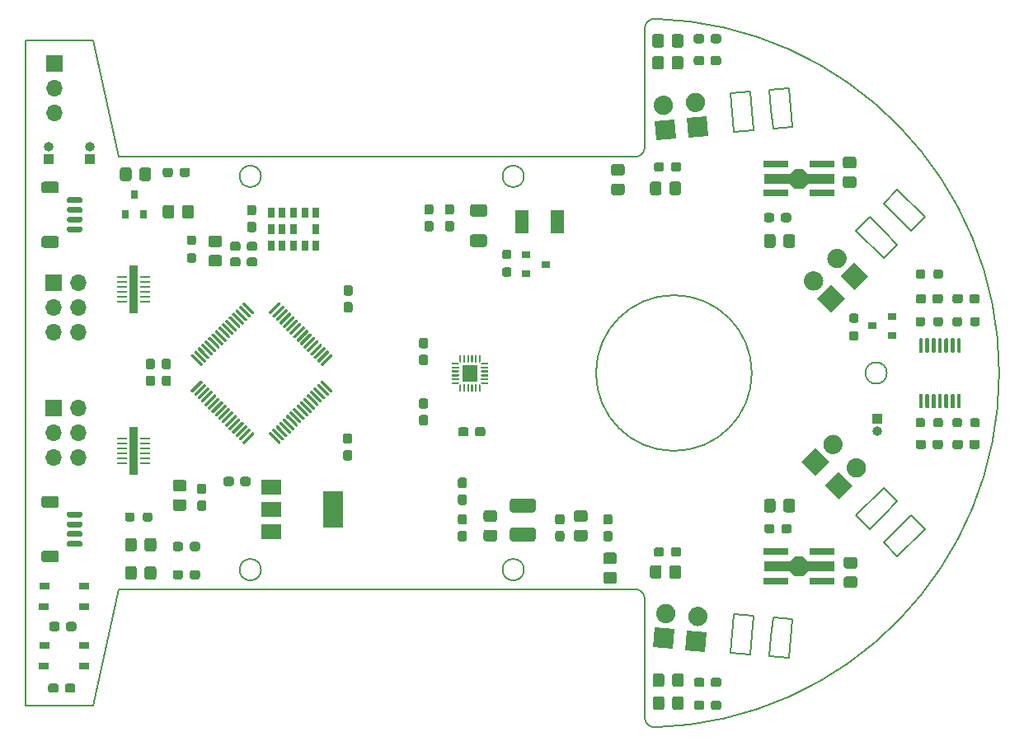
<source format=gbr>
%TF.GenerationSoftware,KiCad,Pcbnew,(5.1.7)-1*%
%TF.CreationDate,2021-12-05T02:20:20+09:00*%
%TF.ProjectId,Quatro,51756174-726f-42e6-9b69-6361645f7063,0*%
%TF.SameCoordinates,Original*%
%TF.FileFunction,Soldermask,Top*%
%TF.FilePolarity,Negative*%
%FSLAX46Y46*%
G04 Gerber Fmt 4.6, Leading zero omitted, Abs format (unit mm)*
G04 Created by KiCad (PCBNEW (5.1.7)-1) date 2021-12-05 02:20:20*
%MOMM*%
%LPD*%
G01*
G04 APERTURE LIST*
%TA.AperFunction,Profile*%
%ADD10C,0.200000*%
%TD*%
%ADD11C,0.100000*%
%ADD12R,1.600000X1.750000*%
%ADD13R,1.450000X2.400000*%
%ADD14R,0.800000X1.100000*%
%ADD15R,0.700000X1.100000*%
%ADD16R,1.000000X1.000000*%
%ADD17O,1.000000X1.000000*%
%ADD18R,1.700000X1.700000*%
%ADD19O,1.700000X1.700000*%
%ADD20R,0.800000X0.900000*%
%ADD21R,0.900000X0.800000*%
%ADD22R,1.050000X0.650000*%
%ADD23R,2.000000X3.800000*%
%ADD24R,2.000000X1.500000*%
%ADD25R,2.500000X0.700000*%
%ADD26R,0.900000X5.000000*%
%ADD27C,0.600000*%
%ADD28R,1.000000X0.280000*%
G04 APERTURE END LIST*
D10*
X170788838Y-58175084D02*
G75*
G02*
X170788843Y-130946030I-1028246J-36385473D01*
G01*
X169760594Y-71360558D02*
X169760594Y-59174685D01*
X110760595Y-60360557D02*
X113160593Y-60360557D01*
X157360593Y-114760556D02*
G75*
G03*
X157360593Y-114760556I-1100001J0D01*
G01*
X169760593Y-129946429D02*
X169760593Y-117760555D01*
X106160594Y-128760556D02*
X106160593Y-60360557D01*
X169760595Y-71360555D02*
G75*
G02*
X168760594Y-72360558I-1000002J-1D01*
G01*
X197128428Y-79950000D02*
X198542640Y-78535786D01*
X106160593Y-60360557D02*
X110760595Y-60360557D01*
X130360596Y-114760557D02*
G75*
G03*
X130360596Y-114760557I-1100001J0D01*
G01*
X195714214Y-78535787D02*
X197128428Y-79950000D01*
X194300000Y-77121573D02*
X195714214Y-78535787D01*
X180760595Y-94560557D02*
G75*
G03*
X180760595Y-94560557I-8000001J0D01*
G01*
X157360594Y-74360558D02*
G75*
G03*
X157360594Y-74360558I-1100001J0D01*
G01*
X130360597Y-74360557D02*
G75*
G03*
X130360597Y-74360557I-1100000J0D01*
G01*
X169760595Y-59174687D02*
G75*
G02*
X170788841Y-58175085I999999J2D01*
G01*
X170788842Y-130946030D02*
G75*
G02*
X169760593Y-129946429I-28249J999601D01*
G01*
X115760595Y-72360558D02*
X168760594Y-72360558D01*
X113160593Y-60360557D02*
X115760595Y-72360558D01*
X168760592Y-116760556D02*
G75*
G02*
X169760593Y-117760555I1J-1000000D01*
G01*
X113160595Y-128760558D02*
X106160594Y-128760556D01*
X115760595Y-116760556D02*
X113160595Y-128760558D01*
X168760593Y-116760556D02*
X115760595Y-116760556D01*
X195714214Y-107756901D02*
X194299999Y-106342687D01*
X180764400Y-67643148D02*
X180938710Y-69635540D01*
X184923487Y-69286914D02*
X184574865Y-65302137D01*
X182756788Y-67468837D02*
X182931100Y-69461226D01*
X182582477Y-65476446D02*
X182756788Y-67468837D01*
X194626591Y-94560557D02*
G75*
G03*
X194626591Y-94560557I-1099998J0D01*
G01*
X192885787Y-78535787D02*
X194300000Y-79950000D01*
X195714214Y-75707359D02*
X194300000Y-77121573D01*
X184574865Y-123818979D02*
X182582477Y-123644667D01*
X178946321Y-69809849D02*
X178597697Y-65825070D01*
X194300001Y-111999541D02*
X195714214Y-110585328D01*
X180938710Y-69635540D02*
X178946321Y-69809849D01*
X195714214Y-110585328D02*
X197128427Y-109171114D01*
X182931100Y-69461226D02*
X184923487Y-69286914D01*
X182931100Y-119659889D02*
X184923489Y-119834198D01*
X178597697Y-65825070D02*
X180590087Y-65650759D01*
X194300000Y-82778427D02*
X191471573Y-79950000D01*
X191471573Y-109171112D02*
X192885787Y-110585327D01*
X178597699Y-123296044D02*
X180590088Y-123470356D01*
X180938709Y-119485577D02*
X178946320Y-119311265D01*
X191471573Y-79950000D02*
X192885787Y-78535787D01*
X184923489Y-119834198D02*
X184574865Y-123818979D01*
X195714214Y-81364214D02*
X194300000Y-82778427D01*
X198542642Y-110585327D02*
X195714215Y-113413756D01*
X194299999Y-106342687D02*
X191471573Y-109171112D01*
X184574865Y-65302137D02*
X182582477Y-65476446D01*
X180590088Y-123470356D02*
X180764398Y-121477967D01*
X178946320Y-119311265D02*
X178597699Y-123296044D01*
X198542640Y-78535786D02*
X195714214Y-75707359D01*
X182582477Y-123644667D02*
X182756788Y-121652278D01*
X180764398Y-121477967D02*
X180938709Y-119485577D01*
X182756788Y-121652278D02*
X182931100Y-119659889D01*
X195714215Y-113413756D02*
X194300001Y-111999541D01*
X197128427Y-109171114D02*
X198542642Y-110585327D01*
X194300000Y-109171114D02*
X195714214Y-107756901D01*
X192885787Y-110585327D02*
X194300000Y-109171114D01*
X180590087Y-65650759D02*
X180764400Y-67643148D01*
X194300000Y-79950000D02*
X195714214Y-81364214D01*
D11*
%TO.C,U6*%
G36*
X152919231Y-93346235D02*
G01*
X152916955Y-93353738D01*
X152913259Y-93360654D01*
X152908284Y-93366715D01*
X152811715Y-93463284D01*
X152805654Y-93468259D01*
X152798738Y-93471955D01*
X152791235Y-93474231D01*
X152783431Y-93475000D01*
X152760000Y-93475000D01*
X152752196Y-93474231D01*
X152744693Y-93471955D01*
X152737777Y-93468259D01*
X152731716Y-93463284D01*
X152726741Y-93457223D01*
X152723045Y-93450307D01*
X152720769Y-93442804D01*
X152720000Y-93435000D01*
X152720000Y-92765000D01*
X152720769Y-92757196D01*
X152723045Y-92749693D01*
X152726741Y-92742777D01*
X152731716Y-92736716D01*
X152737777Y-92731741D01*
X152744693Y-92728045D01*
X152752196Y-92725769D01*
X152760000Y-92725000D01*
X152880000Y-92725000D01*
X152887804Y-92725769D01*
X152895307Y-92728045D01*
X152902223Y-92731741D01*
X152908284Y-92736716D01*
X152913259Y-92742777D01*
X152916955Y-92749693D01*
X152919231Y-92757196D01*
X152920000Y-92765000D01*
X152920000Y-93338431D01*
X152919231Y-93346235D01*
G37*
G36*
G01*
X152370000Y-92725000D02*
X152470000Y-92725000D01*
G75*
G02*
X152520000Y-92775000I0J-50000D01*
G01*
X152520000Y-93425000D01*
G75*
G02*
X152470000Y-93475000I-50000J0D01*
G01*
X152370000Y-93475000D01*
G75*
G02*
X152320000Y-93425000I0J50000D01*
G01*
X152320000Y-92775000D01*
G75*
G02*
X152370000Y-92725000I50000J0D01*
G01*
G37*
G36*
G01*
X151970000Y-92725000D02*
X152070000Y-92725000D01*
G75*
G02*
X152120000Y-92775000I0J-50000D01*
G01*
X152120000Y-93425000D01*
G75*
G02*
X152070000Y-93475000I-50000J0D01*
G01*
X151970000Y-93475000D01*
G75*
G02*
X151920000Y-93425000I0J50000D01*
G01*
X151920000Y-92775000D01*
G75*
G02*
X151970000Y-92725000I50000J0D01*
G01*
G37*
G36*
G01*
X151570000Y-92725000D02*
X151670000Y-92725000D01*
G75*
G02*
X151720000Y-92775000I0J-50000D01*
G01*
X151720000Y-93425000D01*
G75*
G02*
X151670000Y-93475000I-50000J0D01*
G01*
X151570000Y-93475000D01*
G75*
G02*
X151520000Y-93425000I0J50000D01*
G01*
X151520000Y-92775000D01*
G75*
G02*
X151570000Y-92725000I50000J0D01*
G01*
G37*
G36*
G01*
X151170000Y-92725000D02*
X151270000Y-92725000D01*
G75*
G02*
X151320000Y-92775000I0J-50000D01*
G01*
X151320000Y-93425000D01*
G75*
G02*
X151270000Y-93475000I-50000J0D01*
G01*
X151170000Y-93475000D01*
G75*
G02*
X151120000Y-93425000I0J50000D01*
G01*
X151120000Y-92775000D01*
G75*
G02*
X151170000Y-92725000I50000J0D01*
G01*
G37*
G36*
X150919231Y-93442804D02*
G01*
X150916955Y-93450307D01*
X150913259Y-93457223D01*
X150908284Y-93463284D01*
X150902223Y-93468259D01*
X150895307Y-93471955D01*
X150887804Y-93474231D01*
X150880000Y-93475000D01*
X150856569Y-93475000D01*
X150848765Y-93474231D01*
X150841262Y-93471955D01*
X150834346Y-93468259D01*
X150828285Y-93463284D01*
X150731716Y-93366715D01*
X150726741Y-93360654D01*
X150723045Y-93353738D01*
X150720769Y-93346235D01*
X150720000Y-93338431D01*
X150720000Y-92765000D01*
X150720769Y-92757196D01*
X150723045Y-92749693D01*
X150726741Y-92742777D01*
X150731716Y-92736716D01*
X150737777Y-92731741D01*
X150744693Y-92728045D01*
X150752196Y-92725769D01*
X150760000Y-92725000D01*
X150880000Y-92725000D01*
X150887804Y-92725769D01*
X150895307Y-92728045D01*
X150902223Y-92731741D01*
X150908284Y-92736716D01*
X150913259Y-92742777D01*
X150916955Y-92749693D01*
X150919231Y-92757196D01*
X150920000Y-92765000D01*
X150920000Y-93435000D01*
X150919231Y-93442804D01*
G37*
G36*
X150694231Y-93667804D02*
G01*
X150691955Y-93675307D01*
X150688259Y-93682223D01*
X150683284Y-93688284D01*
X150677223Y-93693259D01*
X150670307Y-93696955D01*
X150662804Y-93699231D01*
X150655000Y-93700000D01*
X149985000Y-93700000D01*
X149977196Y-93699231D01*
X149969693Y-93696955D01*
X149962777Y-93693259D01*
X149956716Y-93688284D01*
X149951741Y-93682223D01*
X149948045Y-93675307D01*
X149945769Y-93667804D01*
X149945000Y-93660000D01*
X149945000Y-93540000D01*
X149945769Y-93532196D01*
X149948045Y-93524693D01*
X149951741Y-93517777D01*
X149956716Y-93511716D01*
X149962777Y-93506741D01*
X149969693Y-93503045D01*
X149977196Y-93500769D01*
X149985000Y-93500000D01*
X150558431Y-93500000D01*
X150566235Y-93500769D01*
X150573738Y-93503045D01*
X150580654Y-93506741D01*
X150586715Y-93511716D01*
X150683284Y-93608285D01*
X150688259Y-93614346D01*
X150691955Y-93621262D01*
X150694231Y-93628765D01*
X150695000Y-93636569D01*
X150695000Y-93660000D01*
X150694231Y-93667804D01*
G37*
G36*
G01*
X149995000Y-93900000D02*
X150645000Y-93900000D01*
G75*
G02*
X150695000Y-93950000I0J-50000D01*
G01*
X150695000Y-94050000D01*
G75*
G02*
X150645000Y-94100000I-50000J0D01*
G01*
X149995000Y-94100000D01*
G75*
G02*
X149945000Y-94050000I0J50000D01*
G01*
X149945000Y-93950000D01*
G75*
G02*
X149995000Y-93900000I50000J0D01*
G01*
G37*
G36*
G01*
X149995000Y-94300000D02*
X150645000Y-94300000D01*
G75*
G02*
X150695000Y-94350000I0J-50000D01*
G01*
X150695000Y-94450000D01*
G75*
G02*
X150645000Y-94500000I-50000J0D01*
G01*
X149995000Y-94500000D01*
G75*
G02*
X149945000Y-94450000I0J50000D01*
G01*
X149945000Y-94350000D01*
G75*
G02*
X149995000Y-94300000I50000J0D01*
G01*
G37*
G36*
G01*
X149995000Y-94700000D02*
X150645000Y-94700000D01*
G75*
G02*
X150695000Y-94750000I0J-50000D01*
G01*
X150695000Y-94850000D01*
G75*
G02*
X150645000Y-94900000I-50000J0D01*
G01*
X149995000Y-94900000D01*
G75*
G02*
X149945000Y-94850000I0J50000D01*
G01*
X149945000Y-94750000D01*
G75*
G02*
X149995000Y-94700000I50000J0D01*
G01*
G37*
G36*
G01*
X149995000Y-95100000D02*
X150645000Y-95100000D01*
G75*
G02*
X150695000Y-95150000I0J-50000D01*
G01*
X150695000Y-95250000D01*
G75*
G02*
X150645000Y-95300000I-50000J0D01*
G01*
X149995000Y-95300000D01*
G75*
G02*
X149945000Y-95250000I0J50000D01*
G01*
X149945000Y-95150000D01*
G75*
G02*
X149995000Y-95100000I50000J0D01*
G01*
G37*
G36*
X150694231Y-95571235D02*
G01*
X150691955Y-95578738D01*
X150688259Y-95585654D01*
X150683284Y-95591715D01*
X150586715Y-95688284D01*
X150580654Y-95693259D01*
X150573738Y-95696955D01*
X150566235Y-95699231D01*
X150558431Y-95700000D01*
X149985000Y-95700000D01*
X149977196Y-95699231D01*
X149969693Y-95696955D01*
X149962777Y-95693259D01*
X149956716Y-95688284D01*
X149951741Y-95682223D01*
X149948045Y-95675307D01*
X149945769Y-95667804D01*
X149945000Y-95660000D01*
X149945000Y-95540000D01*
X149945769Y-95532196D01*
X149948045Y-95524693D01*
X149951741Y-95517777D01*
X149956716Y-95511716D01*
X149962777Y-95506741D01*
X149969693Y-95503045D01*
X149977196Y-95500769D01*
X149985000Y-95500000D01*
X150655000Y-95500000D01*
X150662804Y-95500769D01*
X150670307Y-95503045D01*
X150677223Y-95506741D01*
X150683284Y-95511716D01*
X150688259Y-95517777D01*
X150691955Y-95524693D01*
X150694231Y-95532196D01*
X150695000Y-95540000D01*
X150695000Y-95563431D01*
X150694231Y-95571235D01*
G37*
G36*
X150919231Y-96442804D02*
G01*
X150916955Y-96450307D01*
X150913259Y-96457223D01*
X150908284Y-96463284D01*
X150902223Y-96468259D01*
X150895307Y-96471955D01*
X150887804Y-96474231D01*
X150880000Y-96475000D01*
X150760000Y-96475000D01*
X150752196Y-96474231D01*
X150744693Y-96471955D01*
X150737777Y-96468259D01*
X150731716Y-96463284D01*
X150726741Y-96457223D01*
X150723045Y-96450307D01*
X150720769Y-96442804D01*
X150720000Y-96435000D01*
X150720000Y-95861569D01*
X150720769Y-95853765D01*
X150723045Y-95846262D01*
X150726741Y-95839346D01*
X150731716Y-95833285D01*
X150828285Y-95736716D01*
X150834346Y-95731741D01*
X150841262Y-95728045D01*
X150848765Y-95725769D01*
X150856569Y-95725000D01*
X150880000Y-95725000D01*
X150887804Y-95725769D01*
X150895307Y-95728045D01*
X150902223Y-95731741D01*
X150908284Y-95736716D01*
X150913259Y-95742777D01*
X150916955Y-95749693D01*
X150919231Y-95757196D01*
X150920000Y-95765000D01*
X150920000Y-96435000D01*
X150919231Y-96442804D01*
G37*
G36*
G01*
X151170000Y-95725000D02*
X151270000Y-95725000D01*
G75*
G02*
X151320000Y-95775000I0J-50000D01*
G01*
X151320000Y-96425000D01*
G75*
G02*
X151270000Y-96475000I-50000J0D01*
G01*
X151170000Y-96475000D01*
G75*
G02*
X151120000Y-96425000I0J50000D01*
G01*
X151120000Y-95775000D01*
G75*
G02*
X151170000Y-95725000I50000J0D01*
G01*
G37*
G36*
G01*
X151570000Y-95725000D02*
X151670000Y-95725000D01*
G75*
G02*
X151720000Y-95775000I0J-50000D01*
G01*
X151720000Y-96425000D01*
G75*
G02*
X151670000Y-96475000I-50000J0D01*
G01*
X151570000Y-96475000D01*
G75*
G02*
X151520000Y-96425000I0J50000D01*
G01*
X151520000Y-95775000D01*
G75*
G02*
X151570000Y-95725000I50000J0D01*
G01*
G37*
G36*
G01*
X151970000Y-95725000D02*
X152070000Y-95725000D01*
G75*
G02*
X152120000Y-95775000I0J-50000D01*
G01*
X152120000Y-96425000D01*
G75*
G02*
X152070000Y-96475000I-50000J0D01*
G01*
X151970000Y-96475000D01*
G75*
G02*
X151920000Y-96425000I0J50000D01*
G01*
X151920000Y-95775000D01*
G75*
G02*
X151970000Y-95725000I50000J0D01*
G01*
G37*
G36*
G01*
X152370000Y-95725000D02*
X152470000Y-95725000D01*
G75*
G02*
X152520000Y-95775000I0J-50000D01*
G01*
X152520000Y-96425000D01*
G75*
G02*
X152470000Y-96475000I-50000J0D01*
G01*
X152370000Y-96475000D01*
G75*
G02*
X152320000Y-96425000I0J50000D01*
G01*
X152320000Y-95775000D01*
G75*
G02*
X152370000Y-95725000I50000J0D01*
G01*
G37*
G36*
X152919231Y-96442804D02*
G01*
X152916955Y-96450307D01*
X152913259Y-96457223D01*
X152908284Y-96463284D01*
X152902223Y-96468259D01*
X152895307Y-96471955D01*
X152887804Y-96474231D01*
X152880000Y-96475000D01*
X152760000Y-96475000D01*
X152752196Y-96474231D01*
X152744693Y-96471955D01*
X152737777Y-96468259D01*
X152731716Y-96463284D01*
X152726741Y-96457223D01*
X152723045Y-96450307D01*
X152720769Y-96442804D01*
X152720000Y-96435000D01*
X152720000Y-95765000D01*
X152720769Y-95757196D01*
X152723045Y-95749693D01*
X152726741Y-95742777D01*
X152731716Y-95736716D01*
X152737777Y-95731741D01*
X152744693Y-95728045D01*
X152752196Y-95725769D01*
X152760000Y-95725000D01*
X152783431Y-95725000D01*
X152791235Y-95725769D01*
X152798738Y-95728045D01*
X152805654Y-95731741D01*
X152811715Y-95736716D01*
X152908284Y-95833285D01*
X152913259Y-95839346D01*
X152916955Y-95846262D01*
X152919231Y-95853765D01*
X152920000Y-95861569D01*
X152920000Y-96435000D01*
X152919231Y-96442804D01*
G37*
G36*
X153694231Y-95667804D02*
G01*
X153691955Y-95675307D01*
X153688259Y-95682223D01*
X153683284Y-95688284D01*
X153677223Y-95693259D01*
X153670307Y-95696955D01*
X153662804Y-95699231D01*
X153655000Y-95700000D01*
X153081569Y-95700000D01*
X153073765Y-95699231D01*
X153066262Y-95696955D01*
X153059346Y-95693259D01*
X153053285Y-95688284D01*
X152956716Y-95591715D01*
X152951741Y-95585654D01*
X152948045Y-95578738D01*
X152945769Y-95571235D01*
X152945000Y-95563431D01*
X152945000Y-95540000D01*
X152945769Y-95532196D01*
X152948045Y-95524693D01*
X152951741Y-95517777D01*
X152956716Y-95511716D01*
X152962777Y-95506741D01*
X152969693Y-95503045D01*
X152977196Y-95500769D01*
X152985000Y-95500000D01*
X153655000Y-95500000D01*
X153662804Y-95500769D01*
X153670307Y-95503045D01*
X153677223Y-95506741D01*
X153683284Y-95511716D01*
X153688259Y-95517777D01*
X153691955Y-95524693D01*
X153694231Y-95532196D01*
X153695000Y-95540000D01*
X153695000Y-95660000D01*
X153694231Y-95667804D01*
G37*
G36*
G01*
X152995000Y-95100000D02*
X153645000Y-95100000D01*
G75*
G02*
X153695000Y-95150000I0J-50000D01*
G01*
X153695000Y-95250000D01*
G75*
G02*
X153645000Y-95300000I-50000J0D01*
G01*
X152995000Y-95300000D01*
G75*
G02*
X152945000Y-95250000I0J50000D01*
G01*
X152945000Y-95150000D01*
G75*
G02*
X152995000Y-95100000I50000J0D01*
G01*
G37*
G36*
G01*
X152995000Y-94700000D02*
X153645000Y-94700000D01*
G75*
G02*
X153695000Y-94750000I0J-50000D01*
G01*
X153695000Y-94850000D01*
G75*
G02*
X153645000Y-94900000I-50000J0D01*
G01*
X152995000Y-94900000D01*
G75*
G02*
X152945000Y-94850000I0J50000D01*
G01*
X152945000Y-94750000D01*
G75*
G02*
X152995000Y-94700000I50000J0D01*
G01*
G37*
G36*
G01*
X152995000Y-94300000D02*
X153645000Y-94300000D01*
G75*
G02*
X153695000Y-94350000I0J-50000D01*
G01*
X153695000Y-94450000D01*
G75*
G02*
X153645000Y-94500000I-50000J0D01*
G01*
X152995000Y-94500000D01*
G75*
G02*
X152945000Y-94450000I0J50000D01*
G01*
X152945000Y-94350000D01*
G75*
G02*
X152995000Y-94300000I50000J0D01*
G01*
G37*
G36*
G01*
X152995000Y-93900000D02*
X153645000Y-93900000D01*
G75*
G02*
X153695000Y-93950000I0J-50000D01*
G01*
X153695000Y-94050000D01*
G75*
G02*
X153645000Y-94100000I-50000J0D01*
G01*
X152995000Y-94100000D01*
G75*
G02*
X152945000Y-94050000I0J50000D01*
G01*
X152945000Y-93950000D01*
G75*
G02*
X152995000Y-93900000I50000J0D01*
G01*
G37*
G36*
X153694231Y-93667804D02*
G01*
X153691955Y-93675307D01*
X153688259Y-93682223D01*
X153683284Y-93688284D01*
X153677223Y-93693259D01*
X153670307Y-93696955D01*
X153662804Y-93699231D01*
X153655000Y-93700000D01*
X152985000Y-93700000D01*
X152977196Y-93699231D01*
X152969693Y-93696955D01*
X152962777Y-93693259D01*
X152956716Y-93688284D01*
X152951741Y-93682223D01*
X152948045Y-93675307D01*
X152945769Y-93667804D01*
X152945000Y-93660000D01*
X152945000Y-93636569D01*
X152945769Y-93628765D01*
X152948045Y-93621262D01*
X152951741Y-93614346D01*
X152956716Y-93608285D01*
X153053285Y-93511716D01*
X153059346Y-93506741D01*
X153066262Y-93503045D01*
X153073765Y-93500769D01*
X153081569Y-93500000D01*
X153655000Y-93500000D01*
X153662804Y-93500769D01*
X153670307Y-93503045D01*
X153677223Y-93506741D01*
X153683284Y-93511716D01*
X153688259Y-93517777D01*
X153691955Y-93524693D01*
X153694231Y-93532196D01*
X153695000Y-93540000D01*
X153695000Y-93660000D01*
X153694231Y-93667804D01*
G37*
D12*
X151820000Y-94600000D03*
%TD*%
D13*
%TO.C,SP1*%
X157150000Y-79008400D03*
X160800000Y-79008400D03*
%TD*%
D14*
%TO.C,U5*%
X133700000Y-81500000D03*
X133700000Y-79800000D03*
X133700000Y-78100000D03*
D15*
X131450000Y-81500000D03*
X132550000Y-81500000D03*
X134850000Y-81500000D03*
X135950000Y-81500000D03*
X131450000Y-79800000D03*
X132550000Y-79800000D03*
X135950000Y-79800000D03*
X131450000Y-78100000D03*
X132550000Y-78100000D03*
X134850000Y-78100000D03*
X135950000Y-78100000D03*
%TD*%
%TO.C,22p1*%
G36*
G01*
X201370000Y-87167500D02*
X201370000Y-86692500D01*
G75*
G02*
X201607500Y-86455000I237500J0D01*
G01*
X202207500Y-86455000D01*
G75*
G02*
X202445000Y-86692500I0J-237500D01*
G01*
X202445000Y-87167500D01*
G75*
G02*
X202207500Y-87405000I-237500J0D01*
G01*
X201607500Y-87405000D01*
G75*
G02*
X201370000Y-87167500I0J237500D01*
G01*
G37*
G36*
G01*
X203095000Y-87167500D02*
X203095000Y-86692500D01*
G75*
G02*
X203332500Y-86455000I237500J0D01*
G01*
X203932500Y-86455000D01*
G75*
G02*
X204170000Y-86692500I0J-237500D01*
G01*
X204170000Y-87167500D01*
G75*
G02*
X203932500Y-87405000I-237500J0D01*
G01*
X203332500Y-87405000D01*
G75*
G02*
X203095000Y-87167500I0J237500D01*
G01*
G37*
%TD*%
%TO.C,22p2*%
G36*
G01*
X200380000Y-86692500D02*
X200380000Y-87167500D01*
G75*
G02*
X200142500Y-87405000I-237500J0D01*
G01*
X199542500Y-87405000D01*
G75*
G02*
X199305000Y-87167500I0J237500D01*
G01*
X199305000Y-86692500D01*
G75*
G02*
X199542500Y-86455000I237500J0D01*
G01*
X200142500Y-86455000D01*
G75*
G02*
X200380000Y-86692500I0J-237500D01*
G01*
G37*
G36*
G01*
X198655000Y-86692500D02*
X198655000Y-87167500D01*
G75*
G02*
X198417500Y-87405000I-237500J0D01*
G01*
X197817500Y-87405000D01*
G75*
G02*
X197580000Y-87167500I0J237500D01*
G01*
X197580000Y-86692500D01*
G75*
G02*
X197817500Y-86455000I237500J0D01*
G01*
X198417500Y-86455000D01*
G75*
G02*
X198655000Y-86692500I0J-237500D01*
G01*
G37*
%TD*%
%TO.C,22p3*%
G36*
G01*
X200380000Y-101662500D02*
X200380000Y-102137500D01*
G75*
G02*
X200142500Y-102375000I-237500J0D01*
G01*
X199542500Y-102375000D01*
G75*
G02*
X199305000Y-102137500I0J237500D01*
G01*
X199305000Y-101662500D01*
G75*
G02*
X199542500Y-101425000I237500J0D01*
G01*
X200142500Y-101425000D01*
G75*
G02*
X200380000Y-101662500I0J-237500D01*
G01*
G37*
G36*
G01*
X198655000Y-101662500D02*
X198655000Y-102137500D01*
G75*
G02*
X198417500Y-102375000I-237500J0D01*
G01*
X197817500Y-102375000D01*
G75*
G02*
X197580000Y-102137500I0J237500D01*
G01*
X197580000Y-101662500D01*
G75*
G02*
X197817500Y-101425000I237500J0D01*
G01*
X198417500Y-101425000D01*
G75*
G02*
X198655000Y-101662500I0J-237500D01*
G01*
G37*
%TD*%
%TO.C,22p4*%
G36*
G01*
X203095000Y-102137500D02*
X203095000Y-101662500D01*
G75*
G02*
X203332500Y-101425000I237500J0D01*
G01*
X203932500Y-101425000D01*
G75*
G02*
X204170000Y-101662500I0J-237500D01*
G01*
X204170000Y-102137500D01*
G75*
G02*
X203932500Y-102375000I-237500J0D01*
G01*
X203332500Y-102375000D01*
G75*
G02*
X203095000Y-102137500I0J237500D01*
G01*
G37*
G36*
G01*
X201370000Y-102137500D02*
X201370000Y-101662500D01*
G75*
G02*
X201607500Y-101425000I237500J0D01*
G01*
X202207500Y-101425000D01*
G75*
G02*
X202445000Y-101662500I0J-237500D01*
G01*
X202445000Y-102137500D01*
G75*
G02*
X202207500Y-102375000I-237500J0D01*
G01*
X201607500Y-102375000D01*
G75*
G02*
X201370000Y-102137500I0J237500D01*
G01*
G37*
%TD*%
%TO.C,C1*%
G36*
G01*
X175875000Y-59982500D02*
X175875000Y-60457500D01*
G75*
G02*
X175637500Y-60695000I-237500J0D01*
G01*
X175037500Y-60695000D01*
G75*
G02*
X174800000Y-60457500I0J237500D01*
G01*
X174800000Y-59982500D01*
G75*
G02*
X175037500Y-59745000I237500J0D01*
G01*
X175637500Y-59745000D01*
G75*
G02*
X175875000Y-59982500I0J-237500D01*
G01*
G37*
G36*
G01*
X177600000Y-59982500D02*
X177600000Y-60457500D01*
G75*
G02*
X177362500Y-60695000I-237500J0D01*
G01*
X176762500Y-60695000D01*
G75*
G02*
X176525000Y-60457500I0J237500D01*
G01*
X176525000Y-59982500D01*
G75*
G02*
X176762500Y-59745000I237500J0D01*
G01*
X177362500Y-59745000D01*
G75*
G02*
X177600000Y-59982500I0J-237500D01*
G01*
G37*
%TD*%
%TO.C,C2*%
G36*
G01*
X175875000Y-62242500D02*
X175875000Y-62717500D01*
G75*
G02*
X175637500Y-62955000I-237500J0D01*
G01*
X175037500Y-62955000D01*
G75*
G02*
X174800000Y-62717500I0J237500D01*
G01*
X174800000Y-62242500D01*
G75*
G02*
X175037500Y-62005000I237500J0D01*
G01*
X175637500Y-62005000D01*
G75*
G02*
X175875000Y-62242500I0J-237500D01*
G01*
G37*
G36*
G01*
X177600000Y-62242500D02*
X177600000Y-62717500D01*
G75*
G02*
X177362500Y-62955000I-237500J0D01*
G01*
X176762500Y-62955000D01*
G75*
G02*
X176525000Y-62717500I0J237500D01*
G01*
X176525000Y-62242500D01*
G75*
G02*
X176762500Y-62005000I237500J0D01*
G01*
X177362500Y-62005000D01*
G75*
G02*
X177600000Y-62242500I0J-237500D01*
G01*
G37*
%TD*%
%TO.C,C3*%
G36*
G01*
X175895000Y-126092500D02*
X175895000Y-126567500D01*
G75*
G02*
X175657500Y-126805000I-237500J0D01*
G01*
X175057500Y-126805000D01*
G75*
G02*
X174820000Y-126567500I0J237500D01*
G01*
X174820000Y-126092500D01*
G75*
G02*
X175057500Y-125855000I237500J0D01*
G01*
X175657500Y-125855000D01*
G75*
G02*
X175895000Y-126092500I0J-237500D01*
G01*
G37*
G36*
G01*
X177620000Y-126092500D02*
X177620000Y-126567500D01*
G75*
G02*
X177382500Y-126805000I-237500J0D01*
G01*
X176782500Y-126805000D01*
G75*
G02*
X176545000Y-126567500I0J237500D01*
G01*
X176545000Y-126092500D01*
G75*
G02*
X176782500Y-125855000I237500J0D01*
G01*
X177382500Y-125855000D01*
G75*
G02*
X177620000Y-126092500I0J-237500D01*
G01*
G37*
%TD*%
%TO.C,C4*%
G36*
G01*
X175895000Y-128452500D02*
X175895000Y-128927500D01*
G75*
G02*
X175657500Y-129165000I-237500J0D01*
G01*
X175057500Y-129165000D01*
G75*
G02*
X174820000Y-128927500I0J237500D01*
G01*
X174820000Y-128452500D01*
G75*
G02*
X175057500Y-128215000I237500J0D01*
G01*
X175657500Y-128215000D01*
G75*
G02*
X175895000Y-128452500I0J-237500D01*
G01*
G37*
G36*
G01*
X177620000Y-128452500D02*
X177620000Y-128927500D01*
G75*
G02*
X177382500Y-129165000I-237500J0D01*
G01*
X176782500Y-129165000D01*
G75*
G02*
X176545000Y-128927500I0J237500D01*
G01*
X176545000Y-128452500D01*
G75*
G02*
X176782500Y-128215000I237500J0D01*
G01*
X177382500Y-128215000D01*
G75*
G02*
X177620000Y-128452500I0J-237500D01*
G01*
G37*
%TD*%
%TO.C,C5*%
G36*
G01*
X150802500Y-105310000D02*
X151277500Y-105310000D01*
G75*
G02*
X151515000Y-105547500I0J-237500D01*
G01*
X151515000Y-106147500D01*
G75*
G02*
X151277500Y-106385000I-237500J0D01*
G01*
X150802500Y-106385000D01*
G75*
G02*
X150565000Y-106147500I0J237500D01*
G01*
X150565000Y-105547500D01*
G75*
G02*
X150802500Y-105310000I237500J0D01*
G01*
G37*
G36*
G01*
X150802500Y-107035000D02*
X151277500Y-107035000D01*
G75*
G02*
X151515000Y-107272500I0J-237500D01*
G01*
X151515000Y-107872500D01*
G75*
G02*
X151277500Y-108110000I-237500J0D01*
G01*
X150802500Y-108110000D01*
G75*
G02*
X150565000Y-107872500I0J237500D01*
G01*
X150565000Y-107272500D01*
G75*
G02*
X150802500Y-107035000I237500J0D01*
G01*
G37*
%TD*%
%TO.C,C6*%
G36*
G01*
X152325000Y-100837500D02*
X152325000Y-100362500D01*
G75*
G02*
X152562500Y-100125000I237500J0D01*
G01*
X153162500Y-100125000D01*
G75*
G02*
X153400000Y-100362500I0J-237500D01*
G01*
X153400000Y-100837500D01*
G75*
G02*
X153162500Y-101075000I-237500J0D01*
G01*
X152562500Y-101075000D01*
G75*
G02*
X152325000Y-100837500I0J237500D01*
G01*
G37*
G36*
G01*
X150600000Y-100837500D02*
X150600000Y-100362500D01*
G75*
G02*
X150837500Y-100125000I237500J0D01*
G01*
X151437500Y-100125000D01*
G75*
G02*
X151675000Y-100362500I0J-237500D01*
G01*
X151675000Y-100837500D01*
G75*
G02*
X151437500Y-101075000I-237500J0D01*
G01*
X150837500Y-101075000D01*
G75*
G02*
X150600000Y-100837500I0J237500D01*
G01*
G37*
%TD*%
%TO.C,C7*%
G36*
G01*
X147287500Y-93750000D02*
X146812500Y-93750000D01*
G75*
G02*
X146575000Y-93512500I0J237500D01*
G01*
X146575000Y-92912500D01*
G75*
G02*
X146812500Y-92675000I237500J0D01*
G01*
X147287500Y-92675000D01*
G75*
G02*
X147525000Y-92912500I0J-237500D01*
G01*
X147525000Y-93512500D01*
G75*
G02*
X147287500Y-93750000I-237500J0D01*
G01*
G37*
G36*
G01*
X147287500Y-92025000D02*
X146812500Y-92025000D01*
G75*
G02*
X146575000Y-91787500I0J237500D01*
G01*
X146575000Y-91187500D01*
G75*
G02*
X146812500Y-90950000I237500J0D01*
G01*
X147287500Y-90950000D01*
G75*
G02*
X147525000Y-91187500I0J-237500D01*
G01*
X147525000Y-91787500D01*
G75*
G02*
X147287500Y-92025000I-237500J0D01*
G01*
G37*
%TD*%
%TO.C,C8*%
G36*
G01*
X129162500Y-77300000D02*
X129637500Y-77300000D01*
G75*
G02*
X129875000Y-77537500I0J-237500D01*
G01*
X129875000Y-78137500D01*
G75*
G02*
X129637500Y-78375000I-237500J0D01*
G01*
X129162500Y-78375000D01*
G75*
G02*
X128925000Y-78137500I0J237500D01*
G01*
X128925000Y-77537500D01*
G75*
G02*
X129162500Y-77300000I237500J0D01*
G01*
G37*
G36*
G01*
X129162500Y-79025000D02*
X129637500Y-79025000D01*
G75*
G02*
X129875000Y-79262500I0J-237500D01*
G01*
X129875000Y-79862500D01*
G75*
G02*
X129637500Y-80100000I-237500J0D01*
G01*
X129162500Y-80100000D01*
G75*
G02*
X128925000Y-79862500I0J237500D01*
G01*
X128925000Y-79262500D01*
G75*
G02*
X129162500Y-79025000I237500J0D01*
G01*
G37*
%TD*%
%TO.C,C9*%
G36*
G01*
X146812500Y-98875000D02*
X147287500Y-98875000D01*
G75*
G02*
X147525000Y-99112500I0J-237500D01*
G01*
X147525000Y-99712500D01*
G75*
G02*
X147287500Y-99950000I-237500J0D01*
G01*
X146812500Y-99950000D01*
G75*
G02*
X146575000Y-99712500I0J237500D01*
G01*
X146575000Y-99112500D01*
G75*
G02*
X146812500Y-98875000I237500J0D01*
G01*
G37*
G36*
G01*
X146812500Y-97150000D02*
X147287500Y-97150000D01*
G75*
G02*
X147525000Y-97387500I0J-237500D01*
G01*
X147525000Y-97987500D01*
G75*
G02*
X147287500Y-98225000I-237500J0D01*
G01*
X146812500Y-98225000D01*
G75*
G02*
X146575000Y-97987500I0J237500D01*
G01*
X146575000Y-97387500D01*
G75*
G02*
X146812500Y-97150000I237500J0D01*
G01*
G37*
%TD*%
%TO.C,C10*%
G36*
G01*
X151277500Y-111860000D02*
X150802500Y-111860000D01*
G75*
G02*
X150565000Y-111622500I0J237500D01*
G01*
X150565000Y-111022500D01*
G75*
G02*
X150802500Y-110785000I237500J0D01*
G01*
X151277500Y-110785000D01*
G75*
G02*
X151515000Y-111022500I0J-237500D01*
G01*
X151515000Y-111622500D01*
G75*
G02*
X151277500Y-111860000I-237500J0D01*
G01*
G37*
G36*
G01*
X151277500Y-110135000D02*
X150802500Y-110135000D01*
G75*
G02*
X150565000Y-109897500I0J237500D01*
G01*
X150565000Y-109297500D01*
G75*
G02*
X150802500Y-109060000I237500J0D01*
G01*
X151277500Y-109060000D01*
G75*
G02*
X151515000Y-109297500I0J-237500D01*
G01*
X151515000Y-109897500D01*
G75*
G02*
X151277500Y-110135000I-237500J0D01*
G01*
G37*
%TD*%
%TO.C,C11*%
G36*
G01*
X161287500Y-110135000D02*
X160812500Y-110135000D01*
G75*
G02*
X160575000Y-109897500I0J237500D01*
G01*
X160575000Y-109297500D01*
G75*
G02*
X160812500Y-109060000I237500J0D01*
G01*
X161287500Y-109060000D01*
G75*
G02*
X161525000Y-109297500I0J-237500D01*
G01*
X161525000Y-109897500D01*
G75*
G02*
X161287500Y-110135000I-237500J0D01*
G01*
G37*
G36*
G01*
X161287500Y-111860000D02*
X160812500Y-111860000D01*
G75*
G02*
X160575000Y-111622500I0J237500D01*
G01*
X160575000Y-111022500D01*
G75*
G02*
X160812500Y-110785000I237500J0D01*
G01*
X161287500Y-110785000D01*
G75*
G02*
X161525000Y-111022500I0J-237500D01*
G01*
X161525000Y-111622500D01*
G75*
G02*
X161287500Y-111860000I-237500J0D01*
G01*
G37*
%TD*%
%TO.C,C12*%
G36*
G01*
X147362500Y-78948400D02*
X147837500Y-78948400D01*
G75*
G02*
X148075000Y-79185900I0J-237500D01*
G01*
X148075000Y-79785900D01*
G75*
G02*
X147837500Y-80023400I-237500J0D01*
G01*
X147362500Y-80023400D01*
G75*
G02*
X147125000Y-79785900I0J237500D01*
G01*
X147125000Y-79185900D01*
G75*
G02*
X147362500Y-78948400I237500J0D01*
G01*
G37*
G36*
G01*
X147362500Y-77223400D02*
X147837500Y-77223400D01*
G75*
G02*
X148075000Y-77460900I0J-237500D01*
G01*
X148075000Y-78060900D01*
G75*
G02*
X147837500Y-78298400I-237500J0D01*
G01*
X147362500Y-78298400D01*
G75*
G02*
X147125000Y-78060900I0J237500D01*
G01*
X147125000Y-77460900D01*
G75*
G02*
X147362500Y-77223400I237500J0D01*
G01*
G37*
%TD*%
%TO.C,C13*%
G36*
G01*
X149472500Y-77223400D02*
X149947500Y-77223400D01*
G75*
G02*
X150185000Y-77460900I0J-237500D01*
G01*
X150185000Y-78060900D01*
G75*
G02*
X149947500Y-78298400I-237500J0D01*
G01*
X149472500Y-78298400D01*
G75*
G02*
X149235000Y-78060900I0J237500D01*
G01*
X149235000Y-77460900D01*
G75*
G02*
X149472500Y-77223400I237500J0D01*
G01*
G37*
G36*
G01*
X149472500Y-78948400D02*
X149947500Y-78948400D01*
G75*
G02*
X150185000Y-79185900I0J-237500D01*
G01*
X150185000Y-79785900D01*
G75*
G02*
X149947500Y-80023400I-237500J0D01*
G01*
X149472500Y-80023400D01*
G75*
G02*
X149235000Y-79785900I0J237500D01*
G01*
X149235000Y-79185900D01*
G75*
G02*
X149472500Y-78948400I237500J0D01*
G01*
G37*
%TD*%
%TO.C,C14*%
G36*
G01*
X166217500Y-111860000D02*
X165742500Y-111860000D01*
G75*
G02*
X165505000Y-111622500I0J237500D01*
G01*
X165505000Y-111022500D01*
G75*
G02*
X165742500Y-110785000I237500J0D01*
G01*
X166217500Y-110785000D01*
G75*
G02*
X166455000Y-111022500I0J-237500D01*
G01*
X166455000Y-111622500D01*
G75*
G02*
X166217500Y-111860000I-237500J0D01*
G01*
G37*
G36*
G01*
X166217500Y-110135000D02*
X165742500Y-110135000D01*
G75*
G02*
X165505000Y-109897500I0J237500D01*
G01*
X165505000Y-109297500D01*
G75*
G02*
X165742500Y-109060000I237500J0D01*
G01*
X166217500Y-109060000D01*
G75*
G02*
X166455000Y-109297500I0J-237500D01*
G01*
X166455000Y-109897500D01*
G75*
G02*
X166217500Y-110135000I-237500J0D01*
G01*
G37*
%TD*%
%TO.C,C15*%
G36*
G01*
X111300000Y-126692500D02*
X111300000Y-127167500D01*
G75*
G02*
X111062500Y-127405000I-237500J0D01*
G01*
X110462500Y-127405000D01*
G75*
G02*
X110225000Y-127167500I0J237500D01*
G01*
X110225000Y-126692500D01*
G75*
G02*
X110462500Y-126455000I237500J0D01*
G01*
X111062500Y-126455000D01*
G75*
G02*
X111300000Y-126692500I0J-237500D01*
G01*
G37*
G36*
G01*
X109575000Y-126692500D02*
X109575000Y-127167500D01*
G75*
G02*
X109337500Y-127405000I-237500J0D01*
G01*
X108737500Y-127405000D01*
G75*
G02*
X108500000Y-127167500I0J237500D01*
G01*
X108500000Y-126692500D01*
G75*
G02*
X108737500Y-126455000I237500J0D01*
G01*
X109337500Y-126455000D01*
G75*
G02*
X109575000Y-126692500I0J-237500D01*
G01*
G37*
%TD*%
%TO.C,C16*%
G36*
G01*
X129980000Y-81312500D02*
X129980000Y-81787500D01*
G75*
G02*
X129742500Y-82025000I-237500J0D01*
G01*
X129142500Y-82025000D01*
G75*
G02*
X128905000Y-81787500I0J237500D01*
G01*
X128905000Y-81312500D01*
G75*
G02*
X129142500Y-81075000I237500J0D01*
G01*
X129742500Y-81075000D01*
G75*
G02*
X129980000Y-81312500I0J-237500D01*
G01*
G37*
G36*
G01*
X128255000Y-81312500D02*
X128255000Y-81787500D01*
G75*
G02*
X128017500Y-82025000I-237500J0D01*
G01*
X127417500Y-82025000D01*
G75*
G02*
X127180000Y-81787500I0J237500D01*
G01*
X127180000Y-81312500D01*
G75*
G02*
X127417500Y-81075000I237500J0D01*
G01*
X128017500Y-81075000D01*
G75*
G02*
X128255000Y-81312500I0J-237500D01*
G01*
G37*
%TD*%
%TO.C,C17*%
G36*
G01*
X129300000Y-105462500D02*
X129300000Y-105937500D01*
G75*
G02*
X129062500Y-106175000I-237500J0D01*
G01*
X128462500Y-106175000D01*
G75*
G02*
X128225000Y-105937500I0J237500D01*
G01*
X128225000Y-105462500D01*
G75*
G02*
X128462500Y-105225000I237500J0D01*
G01*
X129062500Y-105225000D01*
G75*
G02*
X129300000Y-105462500I0J-237500D01*
G01*
G37*
G36*
G01*
X127575000Y-105462500D02*
X127575000Y-105937500D01*
G75*
G02*
X127337500Y-106175000I-237500J0D01*
G01*
X126737500Y-106175000D01*
G75*
G02*
X126500000Y-105937500I0J237500D01*
G01*
X126500000Y-105462500D01*
G75*
G02*
X126737500Y-105225000I237500J0D01*
G01*
X127337500Y-105225000D01*
G75*
G02*
X127575000Y-105462500I0J-237500D01*
G01*
G37*
%TD*%
%TO.C,C18*%
G36*
G01*
X139062500Y-85550000D02*
X139537500Y-85550000D01*
G75*
G02*
X139775000Y-85787500I0J-237500D01*
G01*
X139775000Y-86387500D01*
G75*
G02*
X139537500Y-86625000I-237500J0D01*
G01*
X139062500Y-86625000D01*
G75*
G02*
X138825000Y-86387500I0J237500D01*
G01*
X138825000Y-85787500D01*
G75*
G02*
X139062500Y-85550000I237500J0D01*
G01*
G37*
G36*
G01*
X139062500Y-87275000D02*
X139537500Y-87275000D01*
G75*
G02*
X139775000Y-87512500I0J-237500D01*
G01*
X139775000Y-88112500D01*
G75*
G02*
X139537500Y-88350000I-237500J0D01*
G01*
X139062500Y-88350000D01*
G75*
G02*
X138825000Y-88112500I0J237500D01*
G01*
X138825000Y-87512500D01*
G75*
G02*
X139062500Y-87275000I237500J0D01*
G01*
G37*
%TD*%
%TO.C,C19*%
G36*
G01*
X118762500Y-94825000D02*
X119237500Y-94825000D01*
G75*
G02*
X119475000Y-95062500I0J-237500D01*
G01*
X119475000Y-95662500D01*
G75*
G02*
X119237500Y-95900000I-237500J0D01*
G01*
X118762500Y-95900000D01*
G75*
G02*
X118525000Y-95662500I0J237500D01*
G01*
X118525000Y-95062500D01*
G75*
G02*
X118762500Y-94825000I237500J0D01*
G01*
G37*
G36*
G01*
X118762500Y-93100000D02*
X119237500Y-93100000D01*
G75*
G02*
X119475000Y-93337500I0J-237500D01*
G01*
X119475000Y-93937500D01*
G75*
G02*
X119237500Y-94175000I-237500J0D01*
G01*
X118762500Y-94175000D01*
G75*
G02*
X118525000Y-93937500I0J237500D01*
G01*
X118525000Y-93337500D01*
G75*
G02*
X118762500Y-93100000I237500J0D01*
G01*
G37*
%TD*%
%TO.C,C20*%
G36*
G01*
X124032500Y-105920000D02*
X124507500Y-105920000D01*
G75*
G02*
X124745000Y-106157500I0J-237500D01*
G01*
X124745000Y-106757500D01*
G75*
G02*
X124507500Y-106995000I-237500J0D01*
G01*
X124032500Y-106995000D01*
G75*
G02*
X123795000Y-106757500I0J237500D01*
G01*
X123795000Y-106157500D01*
G75*
G02*
X124032500Y-105920000I237500J0D01*
G01*
G37*
G36*
G01*
X124032500Y-107645000D02*
X124507500Y-107645000D01*
G75*
G02*
X124745000Y-107882500I0J-237500D01*
G01*
X124745000Y-108482500D01*
G75*
G02*
X124507500Y-108720000I-237500J0D01*
G01*
X124032500Y-108720000D01*
G75*
G02*
X123795000Y-108482500I0J237500D01*
G01*
X123795000Y-107882500D01*
G75*
G02*
X124032500Y-107645000I237500J0D01*
G01*
G37*
%TD*%
%TO.C,C21*%
G36*
G01*
X120877500Y-94175000D02*
X120402500Y-94175000D01*
G75*
G02*
X120165000Y-93937500I0J237500D01*
G01*
X120165000Y-93337500D01*
G75*
G02*
X120402500Y-93100000I237500J0D01*
G01*
X120877500Y-93100000D01*
G75*
G02*
X121115000Y-93337500I0J-237500D01*
G01*
X121115000Y-93937500D01*
G75*
G02*
X120877500Y-94175000I-237500J0D01*
G01*
G37*
G36*
G01*
X120877500Y-95900000D02*
X120402500Y-95900000D01*
G75*
G02*
X120165000Y-95662500I0J237500D01*
G01*
X120165000Y-95062500D01*
G75*
G02*
X120402500Y-94825000I237500J0D01*
G01*
X120877500Y-94825000D01*
G75*
G02*
X121115000Y-95062500I0J-237500D01*
G01*
X121115000Y-95662500D01*
G75*
G02*
X120877500Y-95900000I-237500J0D01*
G01*
G37*
%TD*%
%TO.C,C22*%
G36*
G01*
X128255000Y-82922500D02*
X128255000Y-83397500D01*
G75*
G02*
X128017500Y-83635000I-237500J0D01*
G01*
X127417500Y-83635000D01*
G75*
G02*
X127180000Y-83397500I0J237500D01*
G01*
X127180000Y-82922500D01*
G75*
G02*
X127417500Y-82685000I237500J0D01*
G01*
X128017500Y-82685000D01*
G75*
G02*
X128255000Y-82922500I0J-237500D01*
G01*
G37*
G36*
G01*
X129980000Y-82922500D02*
X129980000Y-83397500D01*
G75*
G02*
X129742500Y-83635000I-237500J0D01*
G01*
X129142500Y-83635000D01*
G75*
G02*
X128905000Y-83397500I0J237500D01*
G01*
X128905000Y-82922500D01*
G75*
G02*
X129142500Y-82685000I237500J0D01*
G01*
X129742500Y-82685000D01*
G75*
G02*
X129980000Y-82922500I0J-237500D01*
G01*
G37*
%TD*%
%TO.C,C23*%
G36*
G01*
X139012500Y-102475000D02*
X139487500Y-102475000D01*
G75*
G02*
X139725000Y-102712500I0J-237500D01*
G01*
X139725000Y-103312500D01*
G75*
G02*
X139487500Y-103550000I-237500J0D01*
G01*
X139012500Y-103550000D01*
G75*
G02*
X138775000Y-103312500I0J237500D01*
G01*
X138775000Y-102712500D01*
G75*
G02*
X139012500Y-102475000I237500J0D01*
G01*
G37*
G36*
G01*
X139012500Y-100750000D02*
X139487500Y-100750000D01*
G75*
G02*
X139725000Y-100987500I0J-237500D01*
G01*
X139725000Y-101587500D01*
G75*
G02*
X139487500Y-101825000I-237500J0D01*
G01*
X139012500Y-101825000D01*
G75*
G02*
X138775000Y-101587500I0J237500D01*
G01*
X138775000Y-100987500D01*
G75*
G02*
X139012500Y-100750000I237500J0D01*
G01*
G37*
%TD*%
%TO.C,D1*%
G36*
G01*
X171765780Y-68065860D02*
X171765780Y-68065860D01*
G75*
G02*
X170682429Y-67156821I-87156J996195D01*
G01*
X170682429Y-67156821D01*
G75*
G02*
X171591468Y-66073470I996195J87156D01*
G01*
X171591468Y-66073470D01*
G75*
G02*
X172674819Y-66982509I87156J-996195D01*
G01*
X172674819Y-66982509D01*
G75*
G02*
X171765780Y-68065860I-996195J-87156D01*
G01*
G37*
D11*
G36*
X172983350Y-70509039D02*
G01*
X170990961Y-70683350D01*
X170816650Y-68690961D01*
X172809039Y-68516650D01*
X172983350Y-70509039D01*
G37*
%TD*%
%TO.C,D2*%
G36*
X190314214Y-86900000D02*
G01*
X188900000Y-88314214D01*
X187485786Y-86900000D01*
X188900000Y-85485786D01*
X190314214Y-86900000D01*
G37*
G36*
G01*
X187811056Y-85811056D02*
X187811056Y-85811056D01*
G75*
G02*
X186396842Y-85811056I-707107J707107D01*
G01*
X186396842Y-85811056D01*
G75*
G02*
X186396842Y-84396842I707107J707107D01*
G01*
X186396842Y-84396842D01*
G75*
G02*
X187811056Y-84396842I707107J-707107D01*
G01*
X187811056Y-84396842D01*
G75*
G02*
X187811056Y-85811056I-707107J-707107D01*
G01*
G37*
%TD*%
%TO.C,D3*%
G36*
X187300000Y-105114214D02*
G01*
X185885786Y-103700000D01*
X187300000Y-102285786D01*
X188714214Y-103700000D01*
X187300000Y-105114214D01*
G37*
G36*
G01*
X188388944Y-102611056D02*
X188388944Y-102611056D01*
G75*
G02*
X188388944Y-101196842I707107J707107D01*
G01*
X188388944Y-101196842D01*
G75*
G02*
X189803158Y-101196842I707107J-707107D01*
G01*
X189803158Y-101196842D01*
G75*
G02*
X189803158Y-102611056I-707107J-707107D01*
G01*
X189803158Y-102611056D01*
G75*
G02*
X188388944Y-102611056I-707107J707107D01*
G01*
G37*
%TD*%
%TO.C,D4*%
G36*
G01*
X171834220Y-120265860D02*
X171834220Y-120265860D01*
G75*
G02*
X170925181Y-119182509I87156J996195D01*
G01*
X170925181Y-119182509D01*
G75*
G02*
X172008532Y-118273470I996195J-87156D01*
G01*
X172008532Y-118273470D01*
G75*
G02*
X172917571Y-119356821I-87156J-996195D01*
G01*
X172917571Y-119356821D01*
G75*
G02*
X171834220Y-120265860I-996195J87156D01*
G01*
G37*
G36*
X172609039Y-122883350D02*
G01*
X170616650Y-122709039D01*
X170790961Y-120716650D01*
X172783350Y-120890961D01*
X172609039Y-122883350D01*
G37*
%TD*%
%TO.C,D5*%
G36*
G01*
X190211056Y-83511056D02*
X190211056Y-83511056D01*
G75*
G02*
X188796842Y-83511056I-707107J707107D01*
G01*
X188796842Y-83511056D01*
G75*
G02*
X188796842Y-82096842I707107J707107D01*
G01*
X188796842Y-82096842D01*
G75*
G02*
X190211056Y-82096842I707107J-707107D01*
G01*
X190211056Y-82096842D01*
G75*
G02*
X190211056Y-83511056I-707107J-707107D01*
G01*
G37*
G36*
X192714214Y-84600000D02*
G01*
X191300000Y-86014214D01*
X189885786Y-84600000D01*
X191300000Y-83185786D01*
X192714214Y-84600000D01*
G37*
%TD*%
%TO.C,D6*%
G36*
X189700000Y-107514214D02*
G01*
X188285786Y-106100000D01*
X189700000Y-104685786D01*
X191114214Y-106100000D01*
X189700000Y-107514214D01*
G37*
G36*
G01*
X190788944Y-105011056D02*
X190788944Y-105011056D01*
G75*
G02*
X190788944Y-103596842I707107J707107D01*
G01*
X190788944Y-103596842D01*
G75*
G02*
X192203158Y-103596842I707107J-707107D01*
G01*
X192203158Y-103596842D01*
G75*
G02*
X192203158Y-105011056I-707107J-707107D01*
G01*
X192203158Y-105011056D01*
G75*
G02*
X190788944Y-105011056I-707107J707107D01*
G01*
G37*
%TD*%
%TO.C,D7*%
G36*
X176283350Y-70209039D02*
G01*
X174290961Y-70383350D01*
X174116650Y-68390961D01*
X176109039Y-68216650D01*
X176283350Y-70209039D01*
G37*
G36*
G01*
X175065780Y-67765860D02*
X175065780Y-67765860D01*
G75*
G02*
X173982429Y-66856821I-87156J996195D01*
G01*
X173982429Y-66856821D01*
G75*
G02*
X174891468Y-65773470I996195J87156D01*
G01*
X174891468Y-65773470D01*
G75*
G02*
X175974819Y-66682509I87156J-996195D01*
G01*
X175974819Y-66682509D01*
G75*
G02*
X175065780Y-67765860I-996195J-87156D01*
G01*
G37*
%TD*%
%TO.C,D8*%
G36*
G01*
X175134220Y-120565860D02*
X175134220Y-120565860D01*
G75*
G02*
X174225181Y-119482509I87156J996195D01*
G01*
X174225181Y-119482509D01*
G75*
G02*
X175308532Y-118573470I996195J-87156D01*
G01*
X175308532Y-118573470D01*
G75*
G02*
X176217571Y-119656821I-87156J-996195D01*
G01*
X176217571Y-119656821D01*
G75*
G02*
X175134220Y-120565860I-996195J87156D01*
G01*
G37*
G36*
X175909039Y-123183350D02*
G01*
X173916650Y-123009039D01*
X174090961Y-121016650D01*
X176083350Y-121190961D01*
X175909039Y-123183350D01*
G37*
%TD*%
%TO.C,D9*%
G36*
G01*
X123060000Y-73722500D02*
X123060000Y-74197500D01*
G75*
G02*
X122822500Y-74435000I-237500J0D01*
G01*
X122247500Y-74435000D01*
G75*
G02*
X122010000Y-74197500I0J237500D01*
G01*
X122010000Y-73722500D01*
G75*
G02*
X122247500Y-73485000I237500J0D01*
G01*
X122822500Y-73485000D01*
G75*
G02*
X123060000Y-73722500I0J-237500D01*
G01*
G37*
G36*
G01*
X121310000Y-73722500D02*
X121310000Y-74197500D01*
G75*
G02*
X121072500Y-74435000I-237500J0D01*
G01*
X120497500Y-74435000D01*
G75*
G02*
X120260000Y-74197500I0J237500D01*
G01*
X120260000Y-73722500D01*
G75*
G02*
X120497500Y-73485000I237500J0D01*
G01*
X121072500Y-73485000D01*
G75*
G02*
X121310000Y-73722500I0J-237500D01*
G01*
G37*
%TD*%
%TO.C,D10*%
G36*
G01*
X124100000Y-112142500D02*
X124100000Y-112617500D01*
G75*
G02*
X123862500Y-112855000I-237500J0D01*
G01*
X123287500Y-112855000D01*
G75*
G02*
X123050000Y-112617500I0J237500D01*
G01*
X123050000Y-112142500D01*
G75*
G02*
X123287500Y-111905000I237500J0D01*
G01*
X123862500Y-111905000D01*
G75*
G02*
X124100000Y-112142500I0J-237500D01*
G01*
G37*
G36*
G01*
X122350000Y-112142500D02*
X122350000Y-112617500D01*
G75*
G02*
X122112500Y-112855000I-237500J0D01*
G01*
X121537500Y-112855000D01*
G75*
G02*
X121300000Y-112617500I0J237500D01*
G01*
X121300000Y-112142500D01*
G75*
G02*
X121537500Y-111905000I237500J0D01*
G01*
X122112500Y-111905000D01*
G75*
G02*
X122350000Y-112142500I0J-237500D01*
G01*
G37*
%TD*%
%TO.C,D11*%
G36*
G01*
X122350000Y-115042500D02*
X122350000Y-115517500D01*
G75*
G02*
X122112500Y-115755000I-237500J0D01*
G01*
X121537500Y-115755000D01*
G75*
G02*
X121300000Y-115517500I0J237500D01*
G01*
X121300000Y-115042500D01*
G75*
G02*
X121537500Y-114805000I237500J0D01*
G01*
X122112500Y-114805000D01*
G75*
G02*
X122350000Y-115042500I0J-237500D01*
G01*
G37*
G36*
G01*
X124100000Y-115042500D02*
X124100000Y-115517500D01*
G75*
G02*
X123862500Y-115755000I-237500J0D01*
G01*
X123287500Y-115755000D01*
G75*
G02*
X123050000Y-115517500I0J237500D01*
G01*
X123050000Y-115042500D01*
G75*
G02*
X123287500Y-114805000I237500J0D01*
G01*
X123862500Y-114805000D01*
G75*
G02*
X124100000Y-115042500I0J-237500D01*
G01*
G37*
%TD*%
%TO.C,D12*%
G36*
G01*
X172450000Y-73637500D02*
X172450000Y-73162500D01*
G75*
G02*
X172687500Y-72925000I237500J0D01*
G01*
X173262500Y-72925000D01*
G75*
G02*
X173500000Y-73162500I0J-237500D01*
G01*
X173500000Y-73637500D01*
G75*
G02*
X173262500Y-73875000I-237500J0D01*
G01*
X172687500Y-73875000D01*
G75*
G02*
X172450000Y-73637500I0J237500D01*
G01*
G37*
G36*
G01*
X170700000Y-73637500D02*
X170700000Y-73162500D01*
G75*
G02*
X170937500Y-72925000I237500J0D01*
G01*
X171512500Y-72925000D01*
G75*
G02*
X171750000Y-73162500I0J-237500D01*
G01*
X171750000Y-73637500D01*
G75*
G02*
X171512500Y-73875000I-237500J0D01*
G01*
X170937500Y-73875000D01*
G75*
G02*
X170700000Y-73637500I0J237500D01*
G01*
G37*
%TD*%
%TO.C,D13*%
G36*
G01*
X184800000Y-78362500D02*
X184800000Y-78837500D01*
G75*
G02*
X184562500Y-79075000I-237500J0D01*
G01*
X183987500Y-79075000D01*
G75*
G02*
X183750000Y-78837500I0J237500D01*
G01*
X183750000Y-78362500D01*
G75*
G02*
X183987500Y-78125000I237500J0D01*
G01*
X184562500Y-78125000D01*
G75*
G02*
X184800000Y-78362500I0J-237500D01*
G01*
G37*
G36*
G01*
X183050000Y-78362500D02*
X183050000Y-78837500D01*
G75*
G02*
X182812500Y-79075000I-237500J0D01*
G01*
X182237500Y-79075000D01*
G75*
G02*
X182000000Y-78837500I0J237500D01*
G01*
X182000000Y-78362500D01*
G75*
G02*
X182237500Y-78125000I237500J0D01*
G01*
X182812500Y-78125000D01*
G75*
G02*
X183050000Y-78362500I0J-237500D01*
G01*
G37*
%TD*%
%TO.C,D14*%
G36*
G01*
X182045000Y-110787500D02*
X182045000Y-110312500D01*
G75*
G02*
X182282500Y-110075000I237500J0D01*
G01*
X182857500Y-110075000D01*
G75*
G02*
X183095000Y-110312500I0J-237500D01*
G01*
X183095000Y-110787500D01*
G75*
G02*
X182857500Y-111025000I-237500J0D01*
G01*
X182282500Y-111025000D01*
G75*
G02*
X182045000Y-110787500I0J237500D01*
G01*
G37*
G36*
G01*
X183795000Y-110787500D02*
X183795000Y-110312500D01*
G75*
G02*
X184032500Y-110075000I237500J0D01*
G01*
X184607500Y-110075000D01*
G75*
G02*
X184845000Y-110312500I0J-237500D01*
G01*
X184845000Y-110787500D01*
G75*
G02*
X184607500Y-111025000I-237500J0D01*
G01*
X184032500Y-111025000D01*
G75*
G02*
X183795000Y-110787500I0J237500D01*
G01*
G37*
%TD*%
%TO.C,D15*%
G36*
G01*
X172450000Y-113177500D02*
X172450000Y-112702500D01*
G75*
G02*
X172687500Y-112465000I237500J0D01*
G01*
X173262500Y-112465000D01*
G75*
G02*
X173500000Y-112702500I0J-237500D01*
G01*
X173500000Y-113177500D01*
G75*
G02*
X173262500Y-113415000I-237500J0D01*
G01*
X172687500Y-113415000D01*
G75*
G02*
X172450000Y-113177500I0J237500D01*
G01*
G37*
G36*
G01*
X170700000Y-113177500D02*
X170700000Y-112702500D01*
G75*
G02*
X170937500Y-112465000I237500J0D01*
G01*
X171512500Y-112465000D01*
G75*
G02*
X171750000Y-112702500I0J-237500D01*
G01*
X171750000Y-113177500D01*
G75*
G02*
X171512500Y-113415000I-237500J0D01*
G01*
X170937500Y-113415000D01*
G75*
G02*
X170700000Y-113177500I0J237500D01*
G01*
G37*
%TD*%
D16*
%TO.C,J1*%
X112800000Y-72600000D03*
D17*
X112800000Y-71330000D03*
%TD*%
%TO.C,J2*%
X108550000Y-71330000D03*
D16*
X108550000Y-72600000D03*
%TD*%
%TO.C,J3*%
X193600000Y-99300000D03*
D17*
X193600000Y-100570000D03*
%TD*%
%TO.C,J4*%
G36*
G01*
X109350001Y-76100000D02*
X108049999Y-76100000D01*
G75*
G02*
X107800000Y-75850001I0J249999D01*
G01*
X107800000Y-75149999D01*
G75*
G02*
X108049999Y-74900000I249999J0D01*
G01*
X109350001Y-74900000D01*
G75*
G02*
X109600000Y-75149999I0J-249999D01*
G01*
X109600000Y-75850001D01*
G75*
G02*
X109350001Y-76100000I-249999J0D01*
G01*
G37*
G36*
G01*
X109350001Y-81700000D02*
X108049999Y-81700000D01*
G75*
G02*
X107800000Y-81450001I0J249999D01*
G01*
X107800000Y-80749999D01*
G75*
G02*
X108049999Y-80500000I249999J0D01*
G01*
X109350001Y-80500000D01*
G75*
G02*
X109600000Y-80749999I0J-249999D01*
G01*
X109600000Y-81450001D01*
G75*
G02*
X109350001Y-81700000I-249999J0D01*
G01*
G37*
G36*
G01*
X111850000Y-77100000D02*
X110600000Y-77100000D01*
G75*
G02*
X110450000Y-76950000I0J150000D01*
G01*
X110450000Y-76650000D01*
G75*
G02*
X110600000Y-76500000I150000J0D01*
G01*
X111850000Y-76500000D01*
G75*
G02*
X112000000Y-76650000I0J-150000D01*
G01*
X112000000Y-76950000D01*
G75*
G02*
X111850000Y-77100000I-150000J0D01*
G01*
G37*
G36*
G01*
X111850000Y-78100000D02*
X110600000Y-78100000D01*
G75*
G02*
X110450000Y-77950000I0J150000D01*
G01*
X110450000Y-77650000D01*
G75*
G02*
X110600000Y-77500000I150000J0D01*
G01*
X111850000Y-77500000D01*
G75*
G02*
X112000000Y-77650000I0J-150000D01*
G01*
X112000000Y-77950000D01*
G75*
G02*
X111850000Y-78100000I-150000J0D01*
G01*
G37*
G36*
G01*
X111850000Y-79100000D02*
X110600000Y-79100000D01*
G75*
G02*
X110450000Y-78950000I0J150000D01*
G01*
X110450000Y-78650000D01*
G75*
G02*
X110600000Y-78500000I150000J0D01*
G01*
X111850000Y-78500000D01*
G75*
G02*
X112000000Y-78650000I0J-150000D01*
G01*
X112000000Y-78950000D01*
G75*
G02*
X111850000Y-79100000I-150000J0D01*
G01*
G37*
G36*
G01*
X111850000Y-80100000D02*
X110600000Y-80100000D01*
G75*
G02*
X110450000Y-79950000I0J150000D01*
G01*
X110450000Y-79650000D01*
G75*
G02*
X110600000Y-79500000I150000J0D01*
G01*
X111850000Y-79500000D01*
G75*
G02*
X112000000Y-79650000I0J-150000D01*
G01*
X112000000Y-79950000D01*
G75*
G02*
X111850000Y-80100000I-150000J0D01*
G01*
G37*
%TD*%
%TO.C,J5*%
G36*
G01*
X111850000Y-112400000D02*
X110600000Y-112400000D01*
G75*
G02*
X110450000Y-112250000I0J150000D01*
G01*
X110450000Y-111950000D01*
G75*
G02*
X110600000Y-111800000I150000J0D01*
G01*
X111850000Y-111800000D01*
G75*
G02*
X112000000Y-111950000I0J-150000D01*
G01*
X112000000Y-112250000D01*
G75*
G02*
X111850000Y-112400000I-150000J0D01*
G01*
G37*
G36*
G01*
X111850000Y-111400000D02*
X110600000Y-111400000D01*
G75*
G02*
X110450000Y-111250000I0J150000D01*
G01*
X110450000Y-110950000D01*
G75*
G02*
X110600000Y-110800000I150000J0D01*
G01*
X111850000Y-110800000D01*
G75*
G02*
X112000000Y-110950000I0J-150000D01*
G01*
X112000000Y-111250000D01*
G75*
G02*
X111850000Y-111400000I-150000J0D01*
G01*
G37*
G36*
G01*
X111850000Y-110400000D02*
X110600000Y-110400000D01*
G75*
G02*
X110450000Y-110250000I0J150000D01*
G01*
X110450000Y-109950000D01*
G75*
G02*
X110600000Y-109800000I150000J0D01*
G01*
X111850000Y-109800000D01*
G75*
G02*
X112000000Y-109950000I0J-150000D01*
G01*
X112000000Y-110250000D01*
G75*
G02*
X111850000Y-110400000I-150000J0D01*
G01*
G37*
G36*
G01*
X111850000Y-109400000D02*
X110600000Y-109400000D01*
G75*
G02*
X110450000Y-109250000I0J150000D01*
G01*
X110450000Y-108950000D01*
G75*
G02*
X110600000Y-108800000I150000J0D01*
G01*
X111850000Y-108800000D01*
G75*
G02*
X112000000Y-108950000I0J-150000D01*
G01*
X112000000Y-109250000D01*
G75*
G02*
X111850000Y-109400000I-150000J0D01*
G01*
G37*
G36*
G01*
X109350001Y-114000000D02*
X108049999Y-114000000D01*
G75*
G02*
X107800000Y-113750001I0J249999D01*
G01*
X107800000Y-113049999D01*
G75*
G02*
X108049999Y-112800000I249999J0D01*
G01*
X109350001Y-112800000D01*
G75*
G02*
X109600000Y-113049999I0J-249999D01*
G01*
X109600000Y-113750001D01*
G75*
G02*
X109350001Y-114000000I-249999J0D01*
G01*
G37*
G36*
G01*
X109350001Y-108400000D02*
X108049999Y-108400000D01*
G75*
G02*
X107800000Y-108150001I0J249999D01*
G01*
X107800000Y-107449999D01*
G75*
G02*
X108049999Y-107200000I249999J0D01*
G01*
X109350001Y-107200000D01*
G75*
G02*
X109600000Y-107449999I0J-249999D01*
G01*
X109600000Y-108150001D01*
G75*
G02*
X109350001Y-108400000I-249999J0D01*
G01*
G37*
%TD*%
D18*
%TO.C,J6*%
X109100000Y-85300000D03*
D19*
X111640000Y-85300000D03*
X109100000Y-87840000D03*
X111640000Y-87840000D03*
X109100000Y-90380000D03*
X111640000Y-90380000D03*
%TD*%
%TO.C,J7*%
X111640000Y-103280000D03*
X109100000Y-103280000D03*
X111640000Y-100740000D03*
X109100000Y-100740000D03*
X111640000Y-98200000D03*
D18*
X109100000Y-98200000D03*
%TD*%
%TO.C,L1*%
G36*
G01*
X158315000Y-111860000D02*
X156165000Y-111860000D01*
G75*
G02*
X155915000Y-111610000I0J250000D01*
G01*
X155915000Y-110685000D01*
G75*
G02*
X156165000Y-110435000I250000J0D01*
G01*
X158315000Y-110435000D01*
G75*
G02*
X158565000Y-110685000I0J-250000D01*
G01*
X158565000Y-111610000D01*
G75*
G02*
X158315000Y-111860000I-250000J0D01*
G01*
G37*
G36*
G01*
X158315000Y-108885000D02*
X156165000Y-108885000D01*
G75*
G02*
X155915000Y-108635000I0J250000D01*
G01*
X155915000Y-107710000D01*
G75*
G02*
X156165000Y-107460000I250000J0D01*
G01*
X158315000Y-107460000D01*
G75*
G02*
X158565000Y-107710000I0J-250000D01*
G01*
X158565000Y-108635000D01*
G75*
G02*
X158315000Y-108885000I-250000J0D01*
G01*
G37*
%TD*%
D20*
%TO.C,Q1*%
X116420000Y-78250000D03*
X118320000Y-78250000D03*
X117370000Y-76250000D03*
%TD*%
D21*
%TO.C,Q2*%
X193130000Y-89730000D03*
X195130000Y-88780000D03*
X195130000Y-90680000D03*
%TD*%
%TO.C,Q3*%
X159600000Y-83387500D03*
X157600000Y-84337500D03*
X157600000Y-82437500D03*
%TD*%
%TO.C,R1*%
G36*
G01*
X173730000Y-59989999D02*
X173730000Y-60890001D01*
G75*
G02*
X173480001Y-61140000I-249999J0D01*
G01*
X172779999Y-61140000D01*
G75*
G02*
X172530000Y-60890001I0J249999D01*
G01*
X172530000Y-59989999D01*
G75*
G02*
X172779999Y-59740000I249999J0D01*
G01*
X173480001Y-59740000D01*
G75*
G02*
X173730000Y-59989999I0J-249999D01*
G01*
G37*
G36*
G01*
X171730000Y-59989999D02*
X171730000Y-60890001D01*
G75*
G02*
X171480001Y-61140000I-249999J0D01*
G01*
X170779999Y-61140000D01*
G75*
G02*
X170530000Y-60890001I0J249999D01*
G01*
X170530000Y-59989999D01*
G75*
G02*
X170779999Y-59740000I249999J0D01*
G01*
X171480001Y-59740000D01*
G75*
G02*
X171730000Y-59989999I0J-249999D01*
G01*
G37*
%TD*%
%TO.C,R2*%
G36*
G01*
X173730000Y-62249999D02*
X173730000Y-63150001D01*
G75*
G02*
X173480001Y-63400000I-249999J0D01*
G01*
X172779999Y-63400000D01*
G75*
G02*
X172530000Y-63150001I0J249999D01*
G01*
X172530000Y-62249999D01*
G75*
G02*
X172779999Y-62000000I249999J0D01*
G01*
X173480001Y-62000000D01*
G75*
G02*
X173730000Y-62249999I0J-249999D01*
G01*
G37*
G36*
G01*
X171730000Y-62249999D02*
X171730000Y-63150001D01*
G75*
G02*
X171480001Y-63400000I-249999J0D01*
G01*
X170779999Y-63400000D01*
G75*
G02*
X170530000Y-63150001I0J249999D01*
G01*
X170530000Y-62249999D01*
G75*
G02*
X170779999Y-62000000I249999J0D01*
G01*
X171480001Y-62000000D01*
G75*
G02*
X171730000Y-62249999I0J-249999D01*
G01*
G37*
%TD*%
%TO.C,R3*%
G36*
G01*
X173770000Y-125659999D02*
X173770000Y-126560001D01*
G75*
G02*
X173520001Y-126810000I-249999J0D01*
G01*
X172819999Y-126810000D01*
G75*
G02*
X172570000Y-126560001I0J249999D01*
G01*
X172570000Y-125659999D01*
G75*
G02*
X172819999Y-125410000I249999J0D01*
G01*
X173520001Y-125410000D01*
G75*
G02*
X173770000Y-125659999I0J-249999D01*
G01*
G37*
G36*
G01*
X171770000Y-125659999D02*
X171770000Y-126560001D01*
G75*
G02*
X171520001Y-126810000I-249999J0D01*
G01*
X170819999Y-126810000D01*
G75*
G02*
X170570000Y-126560001I0J249999D01*
G01*
X170570000Y-125659999D01*
G75*
G02*
X170819999Y-125410000I249999J0D01*
G01*
X171520001Y-125410000D01*
G75*
G02*
X171770000Y-125659999I0J-249999D01*
G01*
G37*
%TD*%
%TO.C,R4*%
G36*
G01*
X171770000Y-128019999D02*
X171770000Y-128920001D01*
G75*
G02*
X171520001Y-129170000I-249999J0D01*
G01*
X170819999Y-129170000D01*
G75*
G02*
X170570000Y-128920001I0J249999D01*
G01*
X170570000Y-128019999D01*
G75*
G02*
X170819999Y-127770000I249999J0D01*
G01*
X171520001Y-127770000D01*
G75*
G02*
X171770000Y-128019999I0J-249999D01*
G01*
G37*
G36*
G01*
X173770000Y-128019999D02*
X173770000Y-128920001D01*
G75*
G02*
X173520001Y-129170000I-249999J0D01*
G01*
X172819999Y-129170000D01*
G75*
G02*
X172570000Y-128920001I0J249999D01*
G01*
X172570000Y-128019999D01*
G75*
G02*
X172819999Y-127770000I249999J0D01*
G01*
X173520001Y-127770000D01*
G75*
G02*
X173770000Y-128019999I0J-249999D01*
G01*
G37*
%TD*%
%TO.C,R5*%
G36*
G01*
X117070000Y-73689999D02*
X117070000Y-74590001D01*
G75*
G02*
X116820001Y-74840000I-249999J0D01*
G01*
X116119999Y-74840000D01*
G75*
G02*
X115870000Y-74590001I0J249999D01*
G01*
X115870000Y-73689999D01*
G75*
G02*
X116119999Y-73440000I249999J0D01*
G01*
X116820001Y-73440000D01*
G75*
G02*
X117070000Y-73689999I0J-249999D01*
G01*
G37*
G36*
G01*
X119070000Y-73689999D02*
X119070000Y-74590001D01*
G75*
G02*
X118820001Y-74840000I-249999J0D01*
G01*
X118119999Y-74840000D01*
G75*
G02*
X117870000Y-74590001I0J249999D01*
G01*
X117870000Y-73689999D01*
G75*
G02*
X118119999Y-73440000I249999J0D01*
G01*
X118820001Y-73440000D01*
G75*
G02*
X119070000Y-73689999I0J-249999D01*
G01*
G37*
%TD*%
%TO.C,R6*%
G36*
G01*
X203195000Y-89527500D02*
X203195000Y-89052500D01*
G75*
G02*
X203432500Y-88815000I237500J0D01*
G01*
X203932500Y-88815000D01*
G75*
G02*
X204170000Y-89052500I0J-237500D01*
G01*
X204170000Y-89527500D01*
G75*
G02*
X203932500Y-89765000I-237500J0D01*
G01*
X203432500Y-89765000D01*
G75*
G02*
X203195000Y-89527500I0J237500D01*
G01*
G37*
G36*
G01*
X201370000Y-89527500D02*
X201370000Y-89052500D01*
G75*
G02*
X201607500Y-88815000I237500J0D01*
G01*
X202107500Y-88815000D01*
G75*
G02*
X202345000Y-89052500I0J-237500D01*
G01*
X202345000Y-89527500D01*
G75*
G02*
X202107500Y-89765000I-237500J0D01*
G01*
X201607500Y-89765000D01*
G75*
G02*
X201370000Y-89527500I0J237500D01*
G01*
G37*
%TD*%
%TO.C,R7*%
G36*
G01*
X198555000Y-89052500D02*
X198555000Y-89527500D01*
G75*
G02*
X198317500Y-89765000I-237500J0D01*
G01*
X197817500Y-89765000D01*
G75*
G02*
X197580000Y-89527500I0J237500D01*
G01*
X197580000Y-89052500D01*
G75*
G02*
X197817500Y-88815000I237500J0D01*
G01*
X198317500Y-88815000D01*
G75*
G02*
X198555000Y-89052500I0J-237500D01*
G01*
G37*
G36*
G01*
X200380000Y-89052500D02*
X200380000Y-89527500D01*
G75*
G02*
X200142500Y-89765000I-237500J0D01*
G01*
X199642500Y-89765000D01*
G75*
G02*
X199405000Y-89527500I0J237500D01*
G01*
X199405000Y-89052500D01*
G75*
G02*
X199642500Y-88815000I237500J0D01*
G01*
X200142500Y-88815000D01*
G75*
G02*
X200380000Y-89052500I0J-237500D01*
G01*
G37*
%TD*%
%TO.C,R8*%
G36*
G01*
X198555000Y-99422500D02*
X198555000Y-99897500D01*
G75*
G02*
X198317500Y-100135000I-237500J0D01*
G01*
X197817500Y-100135000D01*
G75*
G02*
X197580000Y-99897500I0J237500D01*
G01*
X197580000Y-99422500D01*
G75*
G02*
X197817500Y-99185000I237500J0D01*
G01*
X198317500Y-99185000D01*
G75*
G02*
X198555000Y-99422500I0J-237500D01*
G01*
G37*
G36*
G01*
X200380000Y-99422500D02*
X200380000Y-99897500D01*
G75*
G02*
X200142500Y-100135000I-237500J0D01*
G01*
X199642500Y-100135000D01*
G75*
G02*
X199405000Y-99897500I0J237500D01*
G01*
X199405000Y-99422500D01*
G75*
G02*
X199642500Y-99185000I237500J0D01*
G01*
X200142500Y-99185000D01*
G75*
G02*
X200380000Y-99422500I0J-237500D01*
G01*
G37*
%TD*%
%TO.C,R9*%
G36*
G01*
X203195000Y-99897500D02*
X203195000Y-99422500D01*
G75*
G02*
X203432500Y-99185000I237500J0D01*
G01*
X203932500Y-99185000D01*
G75*
G02*
X204170000Y-99422500I0J-237500D01*
G01*
X204170000Y-99897500D01*
G75*
G02*
X203932500Y-100135000I-237500J0D01*
G01*
X203432500Y-100135000D01*
G75*
G02*
X203195000Y-99897500I0J237500D01*
G01*
G37*
G36*
G01*
X201370000Y-99897500D02*
X201370000Y-99422500D01*
G75*
G02*
X201607500Y-99185000I237500J0D01*
G01*
X202107500Y-99185000D01*
G75*
G02*
X202345000Y-99422500I0J-237500D01*
G01*
X202345000Y-99897500D01*
G75*
G02*
X202107500Y-100135000I-237500J0D01*
G01*
X201607500Y-100135000D01*
G75*
G02*
X201370000Y-99897500I0J237500D01*
G01*
G37*
%TD*%
%TO.C,R10*%
G36*
G01*
X122982500Y-80430000D02*
X123457500Y-80430000D01*
G75*
G02*
X123695000Y-80667500I0J-237500D01*
G01*
X123695000Y-81167500D01*
G75*
G02*
X123457500Y-81405000I-237500J0D01*
G01*
X122982500Y-81405000D01*
G75*
G02*
X122745000Y-81167500I0J237500D01*
G01*
X122745000Y-80667500D01*
G75*
G02*
X122982500Y-80430000I237500J0D01*
G01*
G37*
G36*
G01*
X122982500Y-82255000D02*
X123457500Y-82255000D01*
G75*
G02*
X123695000Y-82492500I0J-237500D01*
G01*
X123695000Y-82992500D01*
G75*
G02*
X123457500Y-83230000I-237500J0D01*
G01*
X122982500Y-83230000D01*
G75*
G02*
X122745000Y-82992500I0J237500D01*
G01*
X122745000Y-82492500D01*
G75*
G02*
X122982500Y-82255000I237500J0D01*
G01*
G37*
%TD*%
%TO.C,R11*%
G36*
G01*
X126110001Y-83630000D02*
X125209999Y-83630000D01*
G75*
G02*
X124960000Y-83380001I0J249999D01*
G01*
X124960000Y-82679999D01*
G75*
G02*
X125209999Y-82430000I249999J0D01*
G01*
X126110001Y-82430000D01*
G75*
G02*
X126360000Y-82679999I0J-249999D01*
G01*
X126360000Y-83380001D01*
G75*
G02*
X126110001Y-83630000I-249999J0D01*
G01*
G37*
G36*
G01*
X126110001Y-81630000D02*
X125209999Y-81630000D01*
G75*
G02*
X124960000Y-81380001I0J249999D01*
G01*
X124960000Y-80679999D01*
G75*
G02*
X125209999Y-80430000I249999J0D01*
G01*
X126110001Y-80430000D01*
G75*
G02*
X126360000Y-80679999I0J-249999D01*
G01*
X126360000Y-81380001D01*
G75*
G02*
X126110001Y-81630000I-249999J0D01*
G01*
G37*
%TD*%
%TO.C,R12*%
G36*
G01*
X190349999Y-74350000D02*
X191250001Y-74350000D01*
G75*
G02*
X191500000Y-74599999I0J-249999D01*
G01*
X191500000Y-75300001D01*
G75*
G02*
X191250001Y-75550000I-249999J0D01*
G01*
X190349999Y-75550000D01*
G75*
G02*
X190100000Y-75300001I0J249999D01*
G01*
X190100000Y-74599999D01*
G75*
G02*
X190349999Y-74350000I249999J0D01*
G01*
G37*
G36*
G01*
X190349999Y-72350000D02*
X191250001Y-72350000D01*
G75*
G02*
X191500000Y-72599999I0J-249999D01*
G01*
X191500000Y-73300001D01*
G75*
G02*
X191250001Y-73550000I-249999J0D01*
G01*
X190349999Y-73550000D01*
G75*
G02*
X190100000Y-73300001I0J249999D01*
G01*
X190100000Y-72599999D01*
G75*
G02*
X190349999Y-72350000I249999J0D01*
G01*
G37*
%TD*%
%TO.C,R13*%
G36*
G01*
X190449999Y-115450000D02*
X191350001Y-115450000D01*
G75*
G02*
X191600000Y-115699999I0J-249999D01*
G01*
X191600000Y-116400001D01*
G75*
G02*
X191350001Y-116650000I-249999J0D01*
G01*
X190449999Y-116650000D01*
G75*
G02*
X190200000Y-116400001I0J249999D01*
G01*
X190200000Y-115699999D01*
G75*
G02*
X190449999Y-115450000I249999J0D01*
G01*
G37*
G36*
G01*
X190449999Y-113450000D02*
X191350001Y-113450000D01*
G75*
G02*
X191600000Y-113699999I0J-249999D01*
G01*
X191600000Y-114400001D01*
G75*
G02*
X191350001Y-114650000I-249999J0D01*
G01*
X190449999Y-114650000D01*
G75*
G02*
X190200000Y-114400001I0J249999D01*
G01*
X190200000Y-113699999D01*
G75*
G02*
X190449999Y-113450000I249999J0D01*
G01*
G37*
%TD*%
%TO.C,R14*%
G36*
G01*
X153459999Y-108660000D02*
X154360001Y-108660000D01*
G75*
G02*
X154610000Y-108909999I0J-249999D01*
G01*
X154610000Y-109610001D01*
G75*
G02*
X154360001Y-109860000I-249999J0D01*
G01*
X153459999Y-109860000D01*
G75*
G02*
X153210000Y-109610001I0J249999D01*
G01*
X153210000Y-108909999D01*
G75*
G02*
X153459999Y-108660000I249999J0D01*
G01*
G37*
G36*
G01*
X153459999Y-110660000D02*
X154360001Y-110660000D01*
G75*
G02*
X154610000Y-110909999I0J-249999D01*
G01*
X154610000Y-111610001D01*
G75*
G02*
X154360001Y-111860000I-249999J0D01*
G01*
X153459999Y-111860000D01*
G75*
G02*
X153210000Y-111610001I0J249999D01*
G01*
X153210000Y-110909999D01*
G75*
G02*
X153459999Y-110660000I249999J0D01*
G01*
G37*
%TD*%
%TO.C,R15*%
G36*
G01*
X152074999Y-77223400D02*
X153325001Y-77223400D01*
G75*
G02*
X153575000Y-77473399I0J-249999D01*
G01*
X153575000Y-78273401D01*
G75*
G02*
X153325001Y-78523400I-249999J0D01*
G01*
X152074999Y-78523400D01*
G75*
G02*
X151825000Y-78273401I0J249999D01*
G01*
X151825000Y-77473399D01*
G75*
G02*
X152074999Y-77223400I249999J0D01*
G01*
G37*
G36*
G01*
X152074999Y-80323400D02*
X153325001Y-80323400D01*
G75*
G02*
X153575000Y-80573399I0J-249999D01*
G01*
X153575000Y-81373401D01*
G75*
G02*
X153325001Y-81623400I-249999J0D01*
G01*
X152074999Y-81623400D01*
G75*
G02*
X151825000Y-81373401I0J249999D01*
G01*
X151825000Y-80573399D01*
G75*
G02*
X152074999Y-80323400I249999J0D01*
G01*
G37*
%TD*%
%TO.C,R16*%
G36*
G01*
X166650001Y-114200000D02*
X165749999Y-114200000D01*
G75*
G02*
X165500000Y-113950001I0J249999D01*
G01*
X165500000Y-113249999D01*
G75*
G02*
X165749999Y-113000000I249999J0D01*
G01*
X166650001Y-113000000D01*
G75*
G02*
X166900000Y-113249999I0J-249999D01*
G01*
X166900000Y-113950001D01*
G75*
G02*
X166650001Y-114200000I-249999J0D01*
G01*
G37*
G36*
G01*
X166650001Y-116200000D02*
X165749999Y-116200000D01*
G75*
G02*
X165500000Y-115950001I0J249999D01*
G01*
X165500000Y-115249999D01*
G75*
G02*
X165749999Y-115000000I249999J0D01*
G01*
X166650001Y-115000000D01*
G75*
G02*
X166900000Y-115249999I0J-249999D01*
G01*
X166900000Y-115950001D01*
G75*
G02*
X166650001Y-116200000I-249999J0D01*
G01*
G37*
%TD*%
%TO.C,R17*%
G36*
G01*
X163640001Y-111860000D02*
X162739999Y-111860000D01*
G75*
G02*
X162490000Y-111610001I0J249999D01*
G01*
X162490000Y-110909999D01*
G75*
G02*
X162739999Y-110660000I249999J0D01*
G01*
X163640001Y-110660000D01*
G75*
G02*
X163890000Y-110909999I0J-249999D01*
G01*
X163890000Y-111610001D01*
G75*
G02*
X163640001Y-111860000I-249999J0D01*
G01*
G37*
G36*
G01*
X163640001Y-109860000D02*
X162739999Y-109860000D01*
G75*
G02*
X162490000Y-109610001I0J249999D01*
G01*
X162490000Y-108909999D01*
G75*
G02*
X162739999Y-108660000I249999J0D01*
G01*
X163640001Y-108660000D01*
G75*
G02*
X163890000Y-108909999I0J-249999D01*
G01*
X163890000Y-109610001D01*
G75*
G02*
X163640001Y-109860000I-249999J0D01*
G01*
G37*
%TD*%
%TO.C,R18*%
G36*
G01*
X121460000Y-77549999D02*
X121460000Y-78450001D01*
G75*
G02*
X121210001Y-78700000I-249999J0D01*
G01*
X120509999Y-78700000D01*
G75*
G02*
X120260000Y-78450001I0J249999D01*
G01*
X120260000Y-77549999D01*
G75*
G02*
X120509999Y-77300000I249999J0D01*
G01*
X121210001Y-77300000D01*
G75*
G02*
X121460000Y-77549999I0J-249999D01*
G01*
G37*
G36*
G01*
X123460000Y-77549999D02*
X123460000Y-78450001D01*
G75*
G02*
X123210001Y-78700000I-249999J0D01*
G01*
X122509999Y-78700000D01*
G75*
G02*
X122260000Y-78450001I0J249999D01*
G01*
X122260000Y-77549999D01*
G75*
G02*
X122509999Y-77300000I249999J0D01*
G01*
X123210001Y-77300000D01*
G75*
G02*
X123460000Y-77549999I0J-249999D01*
G01*
G37*
%TD*%
%TO.C,R19*%
G36*
G01*
X191002500Y-90255000D02*
X191477500Y-90255000D01*
G75*
G02*
X191715000Y-90492500I0J-237500D01*
G01*
X191715000Y-90992500D01*
G75*
G02*
X191477500Y-91230000I-237500J0D01*
G01*
X191002500Y-91230000D01*
G75*
G02*
X190765000Y-90992500I0J237500D01*
G01*
X190765000Y-90492500D01*
G75*
G02*
X191002500Y-90255000I237500J0D01*
G01*
G37*
G36*
G01*
X191002500Y-88430000D02*
X191477500Y-88430000D01*
G75*
G02*
X191715000Y-88667500I0J-237500D01*
G01*
X191715000Y-89167500D01*
G75*
G02*
X191477500Y-89405000I-237500J0D01*
G01*
X191002500Y-89405000D01*
G75*
G02*
X190765000Y-89167500I0J237500D01*
G01*
X190765000Y-88667500D01*
G75*
G02*
X191002500Y-88430000I237500J0D01*
G01*
G37*
%TD*%
%TO.C,R20*%
G36*
G01*
X200380000Y-84162500D02*
X200380000Y-84637500D01*
G75*
G02*
X200142500Y-84875000I-237500J0D01*
G01*
X199642500Y-84875000D01*
G75*
G02*
X199405000Y-84637500I0J237500D01*
G01*
X199405000Y-84162500D01*
G75*
G02*
X199642500Y-83925000I237500J0D01*
G01*
X200142500Y-83925000D01*
G75*
G02*
X200380000Y-84162500I0J-237500D01*
G01*
G37*
G36*
G01*
X198555000Y-84162500D02*
X198555000Y-84637500D01*
G75*
G02*
X198317500Y-84875000I-237500J0D01*
G01*
X197817500Y-84875000D01*
G75*
G02*
X197580000Y-84637500I0J237500D01*
G01*
X197580000Y-84162500D01*
G75*
G02*
X197817500Y-83925000I237500J0D01*
G01*
X198317500Y-83925000D01*
G75*
G02*
X198555000Y-84162500I0J-237500D01*
G01*
G37*
%TD*%
%TO.C,R21*%
G36*
G01*
X118400000Y-112650001D02*
X118400000Y-111749999D01*
G75*
G02*
X118649999Y-111500000I249999J0D01*
G01*
X119350001Y-111500000D01*
G75*
G02*
X119600000Y-111749999I0J-249999D01*
G01*
X119600000Y-112650001D01*
G75*
G02*
X119350001Y-112900000I-249999J0D01*
G01*
X118649999Y-112900000D01*
G75*
G02*
X118400000Y-112650001I0J249999D01*
G01*
G37*
G36*
G01*
X116400000Y-112650001D02*
X116400000Y-111749999D01*
G75*
G02*
X116649999Y-111500000I249999J0D01*
G01*
X117350001Y-111500000D01*
G75*
G02*
X117600000Y-111749999I0J-249999D01*
G01*
X117600000Y-112650001D01*
G75*
G02*
X117350001Y-112900000I-249999J0D01*
G01*
X116649999Y-112900000D01*
G75*
G02*
X116400000Y-112650001I0J249999D01*
G01*
G37*
%TD*%
%TO.C,R22*%
G36*
G01*
X118400000Y-115550001D02*
X118400000Y-114649999D01*
G75*
G02*
X118649999Y-114400000I249999J0D01*
G01*
X119350001Y-114400000D01*
G75*
G02*
X119600000Y-114649999I0J-249999D01*
G01*
X119600000Y-115550001D01*
G75*
G02*
X119350001Y-115800000I-249999J0D01*
G01*
X118649999Y-115800000D01*
G75*
G02*
X118400000Y-115550001I0J249999D01*
G01*
G37*
G36*
G01*
X116400000Y-115550001D02*
X116400000Y-114649999D01*
G75*
G02*
X116649999Y-114400000I249999J0D01*
G01*
X117350001Y-114400000D01*
G75*
G02*
X117600000Y-114649999I0J-249999D01*
G01*
X117600000Y-115550001D01*
G75*
G02*
X117350001Y-115800000I-249999J0D01*
G01*
X116649999Y-115800000D01*
G75*
G02*
X116400000Y-115550001I0J249999D01*
G01*
G37*
%TD*%
%TO.C,R23*%
G36*
G01*
X170300000Y-76050001D02*
X170300000Y-75149999D01*
G75*
G02*
X170549999Y-74900000I249999J0D01*
G01*
X171250001Y-74900000D01*
G75*
G02*
X171500000Y-75149999I0J-249999D01*
G01*
X171500000Y-76050001D01*
G75*
G02*
X171250001Y-76300000I-249999J0D01*
G01*
X170549999Y-76300000D01*
G75*
G02*
X170300000Y-76050001I0J249999D01*
G01*
G37*
G36*
G01*
X172300000Y-76050001D02*
X172300000Y-75149999D01*
G75*
G02*
X172549999Y-74900000I249999J0D01*
G01*
X173250001Y-74900000D01*
G75*
G02*
X173500000Y-75149999I0J-249999D01*
G01*
X173500000Y-76050001D01*
G75*
G02*
X173250001Y-76300000I-249999J0D01*
G01*
X172549999Y-76300000D01*
G75*
G02*
X172300000Y-76050001I0J249999D01*
G01*
G37*
%TD*%
%TO.C,R24*%
G36*
G01*
X183200000Y-80549999D02*
X183200000Y-81450001D01*
G75*
G02*
X182950001Y-81700000I-249999J0D01*
G01*
X182249999Y-81700000D01*
G75*
G02*
X182000000Y-81450001I0J249999D01*
G01*
X182000000Y-80549999D01*
G75*
G02*
X182249999Y-80300000I249999J0D01*
G01*
X182950001Y-80300000D01*
G75*
G02*
X183200000Y-80549999I0J-249999D01*
G01*
G37*
G36*
G01*
X185200000Y-80549999D02*
X185200000Y-81450001D01*
G75*
G02*
X184950001Y-81700000I-249999J0D01*
G01*
X184249999Y-81700000D01*
G75*
G02*
X184000000Y-81450001I0J249999D01*
G01*
X184000000Y-80549999D01*
G75*
G02*
X184249999Y-80300000I249999J0D01*
G01*
X184950001Y-80300000D01*
G75*
G02*
X185200000Y-80549999I0J-249999D01*
G01*
G37*
%TD*%
%TO.C,R25*%
G36*
G01*
X184000000Y-108630001D02*
X184000000Y-107729999D01*
G75*
G02*
X184249999Y-107480000I249999J0D01*
G01*
X184950001Y-107480000D01*
G75*
G02*
X185200000Y-107729999I0J-249999D01*
G01*
X185200000Y-108630001D01*
G75*
G02*
X184950001Y-108880000I-249999J0D01*
G01*
X184249999Y-108880000D01*
G75*
G02*
X184000000Y-108630001I0J249999D01*
G01*
G37*
G36*
G01*
X182000000Y-108630001D02*
X182000000Y-107729999D01*
G75*
G02*
X182249999Y-107480000I249999J0D01*
G01*
X182950001Y-107480000D01*
G75*
G02*
X183200000Y-107729999I0J-249999D01*
G01*
X183200000Y-108630001D01*
G75*
G02*
X182950001Y-108880000I-249999J0D01*
G01*
X182249999Y-108880000D01*
G75*
G02*
X182000000Y-108630001I0J249999D01*
G01*
G37*
%TD*%
%TO.C,R26*%
G36*
G01*
X172300000Y-115450001D02*
X172300000Y-114549999D01*
G75*
G02*
X172549999Y-114300000I249999J0D01*
G01*
X173250001Y-114300000D01*
G75*
G02*
X173500000Y-114549999I0J-249999D01*
G01*
X173500000Y-115450001D01*
G75*
G02*
X173250001Y-115700000I-249999J0D01*
G01*
X172549999Y-115700000D01*
G75*
G02*
X172300000Y-115450001I0J249999D01*
G01*
G37*
G36*
G01*
X170300000Y-115450001D02*
X170300000Y-114549999D01*
G75*
G02*
X170549999Y-114300000I249999J0D01*
G01*
X171250001Y-114300000D01*
G75*
G02*
X171500000Y-114549999I0J-249999D01*
G01*
X171500000Y-115450001D01*
G75*
G02*
X171250001Y-115700000I-249999J0D01*
G01*
X170549999Y-115700000D01*
G75*
G02*
X170300000Y-115450001I0J249999D01*
G01*
G37*
%TD*%
%TO.C,R27*%
G36*
G01*
X155362500Y-83712500D02*
X155837500Y-83712500D01*
G75*
G02*
X156075000Y-83950000I0J-237500D01*
G01*
X156075000Y-84450000D01*
G75*
G02*
X155837500Y-84687500I-237500J0D01*
G01*
X155362500Y-84687500D01*
G75*
G02*
X155125000Y-84450000I0J237500D01*
G01*
X155125000Y-83950000D01*
G75*
G02*
X155362500Y-83712500I237500J0D01*
G01*
G37*
G36*
G01*
X155362500Y-81887500D02*
X155837500Y-81887500D01*
G75*
G02*
X156075000Y-82125000I0J-237500D01*
G01*
X156075000Y-82625000D01*
G75*
G02*
X155837500Y-82862500I-237500J0D01*
G01*
X155362500Y-82862500D01*
G75*
G02*
X155125000Y-82625000I0J237500D01*
G01*
X155125000Y-82125000D01*
G75*
G02*
X155362500Y-81887500I237500J0D01*
G01*
G37*
%TD*%
%TO.C,R28*%
G36*
G01*
X166549999Y-75100000D02*
X167450001Y-75100000D01*
G75*
G02*
X167700000Y-75349999I0J-249999D01*
G01*
X167700000Y-76050001D01*
G75*
G02*
X167450001Y-76300000I-249999J0D01*
G01*
X166549999Y-76300000D01*
G75*
G02*
X166300000Y-76050001I0J249999D01*
G01*
X166300000Y-75349999D01*
G75*
G02*
X166549999Y-75100000I249999J0D01*
G01*
G37*
G36*
G01*
X166549999Y-73100000D02*
X167450001Y-73100000D01*
G75*
G02*
X167700000Y-73349999I0J-249999D01*
G01*
X167700000Y-74050001D01*
G75*
G02*
X167450001Y-74300000I-249999J0D01*
G01*
X166549999Y-74300000D01*
G75*
G02*
X166300000Y-74050001I0J249999D01*
G01*
X166300000Y-73349999D01*
G75*
G02*
X166549999Y-73100000I249999J0D01*
G01*
G37*
%TD*%
%TO.C,R29*%
G36*
G01*
X121549999Y-105520000D02*
X122450001Y-105520000D01*
G75*
G02*
X122700000Y-105769999I0J-249999D01*
G01*
X122700000Y-106470001D01*
G75*
G02*
X122450001Y-106720000I-249999J0D01*
G01*
X121549999Y-106720000D01*
G75*
G02*
X121300000Y-106470001I0J249999D01*
G01*
X121300000Y-105769999D01*
G75*
G02*
X121549999Y-105520000I249999J0D01*
G01*
G37*
G36*
G01*
X121549999Y-107520000D02*
X122450001Y-107520000D01*
G75*
G02*
X122700000Y-107769999I0J-249999D01*
G01*
X122700000Y-108470001D01*
G75*
G02*
X122450001Y-108720000I-249999J0D01*
G01*
X121549999Y-108720000D01*
G75*
G02*
X121300000Y-108470001I0J249999D01*
G01*
X121300000Y-107769999D01*
G75*
G02*
X121549999Y-107520000I249999J0D01*
G01*
G37*
%TD*%
D18*
%TO.C,SW1*%
X109150000Y-62765000D03*
D19*
X109150000Y-65305000D03*
X109150000Y-67845000D03*
%TD*%
D22*
%TO.C,SW2*%
X112225000Y-124675000D03*
X112225000Y-122525000D03*
X108075000Y-124675000D03*
X108100000Y-122525000D03*
%TD*%
%TO.C,U1*%
G36*
G01*
X201930000Y-91000000D02*
X202130000Y-91000000D01*
G75*
G02*
X202230000Y-91100000I0J-100000D01*
G01*
X202230000Y-92375000D01*
G75*
G02*
X202130000Y-92475000I-100000J0D01*
G01*
X201930000Y-92475000D01*
G75*
G02*
X201830000Y-92375000I0J100000D01*
G01*
X201830000Y-91100000D01*
G75*
G02*
X201930000Y-91000000I100000J0D01*
G01*
G37*
G36*
G01*
X201280000Y-91000000D02*
X201480000Y-91000000D01*
G75*
G02*
X201580000Y-91100000I0J-100000D01*
G01*
X201580000Y-92375000D01*
G75*
G02*
X201480000Y-92475000I-100000J0D01*
G01*
X201280000Y-92475000D01*
G75*
G02*
X201180000Y-92375000I0J100000D01*
G01*
X201180000Y-91100000D01*
G75*
G02*
X201280000Y-91000000I100000J0D01*
G01*
G37*
G36*
G01*
X200630000Y-91000000D02*
X200830000Y-91000000D01*
G75*
G02*
X200930000Y-91100000I0J-100000D01*
G01*
X200930000Y-92375000D01*
G75*
G02*
X200830000Y-92475000I-100000J0D01*
G01*
X200630000Y-92475000D01*
G75*
G02*
X200530000Y-92375000I0J100000D01*
G01*
X200530000Y-91100000D01*
G75*
G02*
X200630000Y-91000000I100000J0D01*
G01*
G37*
G36*
G01*
X199980000Y-91000000D02*
X200180000Y-91000000D01*
G75*
G02*
X200280000Y-91100000I0J-100000D01*
G01*
X200280000Y-92375000D01*
G75*
G02*
X200180000Y-92475000I-100000J0D01*
G01*
X199980000Y-92475000D01*
G75*
G02*
X199880000Y-92375000I0J100000D01*
G01*
X199880000Y-91100000D01*
G75*
G02*
X199980000Y-91000000I100000J0D01*
G01*
G37*
G36*
G01*
X199330000Y-91000000D02*
X199530000Y-91000000D01*
G75*
G02*
X199630000Y-91100000I0J-100000D01*
G01*
X199630000Y-92375000D01*
G75*
G02*
X199530000Y-92475000I-100000J0D01*
G01*
X199330000Y-92475000D01*
G75*
G02*
X199230000Y-92375000I0J100000D01*
G01*
X199230000Y-91100000D01*
G75*
G02*
X199330000Y-91000000I100000J0D01*
G01*
G37*
G36*
G01*
X198680000Y-91000000D02*
X198880000Y-91000000D01*
G75*
G02*
X198980000Y-91100000I0J-100000D01*
G01*
X198980000Y-92375000D01*
G75*
G02*
X198880000Y-92475000I-100000J0D01*
G01*
X198680000Y-92475000D01*
G75*
G02*
X198580000Y-92375000I0J100000D01*
G01*
X198580000Y-91100000D01*
G75*
G02*
X198680000Y-91000000I100000J0D01*
G01*
G37*
G36*
G01*
X198030000Y-91000000D02*
X198230000Y-91000000D01*
G75*
G02*
X198330000Y-91100000I0J-100000D01*
G01*
X198330000Y-92375000D01*
G75*
G02*
X198230000Y-92475000I-100000J0D01*
G01*
X198030000Y-92475000D01*
G75*
G02*
X197930000Y-92375000I0J100000D01*
G01*
X197930000Y-91100000D01*
G75*
G02*
X198030000Y-91000000I100000J0D01*
G01*
G37*
G36*
G01*
X198030000Y-96725000D02*
X198230000Y-96725000D01*
G75*
G02*
X198330000Y-96825000I0J-100000D01*
G01*
X198330000Y-98100000D01*
G75*
G02*
X198230000Y-98200000I-100000J0D01*
G01*
X198030000Y-98200000D01*
G75*
G02*
X197930000Y-98100000I0J100000D01*
G01*
X197930000Y-96825000D01*
G75*
G02*
X198030000Y-96725000I100000J0D01*
G01*
G37*
G36*
G01*
X198680000Y-96725000D02*
X198880000Y-96725000D01*
G75*
G02*
X198980000Y-96825000I0J-100000D01*
G01*
X198980000Y-98100000D01*
G75*
G02*
X198880000Y-98200000I-100000J0D01*
G01*
X198680000Y-98200000D01*
G75*
G02*
X198580000Y-98100000I0J100000D01*
G01*
X198580000Y-96825000D01*
G75*
G02*
X198680000Y-96725000I100000J0D01*
G01*
G37*
G36*
G01*
X199330000Y-96725000D02*
X199530000Y-96725000D01*
G75*
G02*
X199630000Y-96825000I0J-100000D01*
G01*
X199630000Y-98100000D01*
G75*
G02*
X199530000Y-98200000I-100000J0D01*
G01*
X199330000Y-98200000D01*
G75*
G02*
X199230000Y-98100000I0J100000D01*
G01*
X199230000Y-96825000D01*
G75*
G02*
X199330000Y-96725000I100000J0D01*
G01*
G37*
G36*
G01*
X199980000Y-96725000D02*
X200180000Y-96725000D01*
G75*
G02*
X200280000Y-96825000I0J-100000D01*
G01*
X200280000Y-98100000D01*
G75*
G02*
X200180000Y-98200000I-100000J0D01*
G01*
X199980000Y-98200000D01*
G75*
G02*
X199880000Y-98100000I0J100000D01*
G01*
X199880000Y-96825000D01*
G75*
G02*
X199980000Y-96725000I100000J0D01*
G01*
G37*
G36*
G01*
X200630000Y-96725000D02*
X200830000Y-96725000D01*
G75*
G02*
X200930000Y-96825000I0J-100000D01*
G01*
X200930000Y-98100000D01*
G75*
G02*
X200830000Y-98200000I-100000J0D01*
G01*
X200630000Y-98200000D01*
G75*
G02*
X200530000Y-98100000I0J100000D01*
G01*
X200530000Y-96825000D01*
G75*
G02*
X200630000Y-96725000I100000J0D01*
G01*
G37*
G36*
G01*
X201280000Y-96725000D02*
X201480000Y-96725000D01*
G75*
G02*
X201580000Y-96825000I0J-100000D01*
G01*
X201580000Y-98100000D01*
G75*
G02*
X201480000Y-98200000I-100000J0D01*
G01*
X201280000Y-98200000D01*
G75*
G02*
X201180000Y-98100000I0J100000D01*
G01*
X201180000Y-96825000D01*
G75*
G02*
X201280000Y-96725000I100000J0D01*
G01*
G37*
G36*
G01*
X201930000Y-96725000D02*
X202130000Y-96725000D01*
G75*
G02*
X202230000Y-96825000I0J-100000D01*
G01*
X202230000Y-98100000D01*
G75*
G02*
X202130000Y-98200000I-100000J0D01*
G01*
X201930000Y-98200000D01*
G75*
G02*
X201830000Y-98100000I0J100000D01*
G01*
X201830000Y-96825000D01*
G75*
G02*
X201930000Y-96725000I100000J0D01*
G01*
G37*
%TD*%
D23*
%TO.C,U2*%
X137750000Y-108600000D03*
D24*
X131450000Y-108600000D03*
X131450000Y-110900000D03*
X131450000Y-106300000D03*
%TD*%
D11*
%TO.C,U3*%
G36*
X184700000Y-75100000D02*
G01*
X182000000Y-75100000D01*
X182000000Y-74100000D01*
X184700000Y-74100000D01*
X185200000Y-73600000D01*
X186000000Y-73600000D01*
X186500000Y-74100000D01*
X189200000Y-74100000D01*
X189200000Y-75100000D01*
X186500000Y-75100000D01*
X186000000Y-75600000D01*
X185200000Y-75600000D01*
X184700000Y-75100000D01*
G37*
D25*
X187950000Y-73100000D03*
X187950000Y-76100000D03*
X183250000Y-73100000D03*
X183250000Y-76100000D03*
%TD*%
D11*
%TO.C,U4*%
G36*
X184700000Y-114900000D02*
G01*
X182000000Y-114900000D01*
X182000000Y-113900000D01*
X184700000Y-113900000D01*
X185200000Y-113400000D01*
X186000000Y-113400000D01*
X186500000Y-113900000D01*
X189200000Y-113900000D01*
X189200000Y-114900000D01*
X186500000Y-114900000D01*
X186000000Y-115400000D01*
X185200000Y-115400000D01*
X184700000Y-114900000D01*
G37*
D25*
X187950000Y-112900000D03*
X187950000Y-115900000D03*
X183250000Y-112900000D03*
X183250000Y-115900000D03*
%TD*%
%TO.C,U7*%
G36*
G01*
X129649860Y-100855572D02*
X128659910Y-101845522D01*
G75*
G02*
X128553844Y-101845522I-53033J53033D01*
G01*
X128447778Y-101739456D01*
G75*
G02*
X128447778Y-101633390I53033J53033D01*
G01*
X129437728Y-100643440D01*
G75*
G02*
X129543794Y-100643440I53033J-53033D01*
G01*
X129649860Y-100749506D01*
G75*
G02*
X129649860Y-100855572I-53033J-53033D01*
G01*
G37*
G36*
G01*
X129296307Y-100502019D02*
X128306357Y-101491969D01*
G75*
G02*
X128200291Y-101491969I-53033J53033D01*
G01*
X128094225Y-101385903D01*
G75*
G02*
X128094225Y-101279837I53033J53033D01*
G01*
X129084175Y-100289887D01*
G75*
G02*
X129190241Y-100289887I53033J-53033D01*
G01*
X129296307Y-100395953D01*
G75*
G02*
X129296307Y-100502019I-53033J-53033D01*
G01*
G37*
G36*
G01*
X128942754Y-100148466D02*
X127952804Y-101138416D01*
G75*
G02*
X127846738Y-101138416I-53033J53033D01*
G01*
X127740672Y-101032350D01*
G75*
G02*
X127740672Y-100926284I53033J53033D01*
G01*
X128730622Y-99936334D01*
G75*
G02*
X128836688Y-99936334I53033J-53033D01*
G01*
X128942754Y-100042400D01*
G75*
G02*
X128942754Y-100148466I-53033J-53033D01*
G01*
G37*
G36*
G01*
X128589200Y-99794912D02*
X127599250Y-100784862D01*
G75*
G02*
X127493184Y-100784862I-53033J53033D01*
G01*
X127387118Y-100678796D01*
G75*
G02*
X127387118Y-100572730I53033J53033D01*
G01*
X128377068Y-99582780D01*
G75*
G02*
X128483134Y-99582780I53033J-53033D01*
G01*
X128589200Y-99688846D01*
G75*
G02*
X128589200Y-99794912I-53033J-53033D01*
G01*
G37*
G36*
G01*
X128235647Y-99441359D02*
X127245697Y-100431309D01*
G75*
G02*
X127139631Y-100431309I-53033J53033D01*
G01*
X127033565Y-100325243D01*
G75*
G02*
X127033565Y-100219177I53033J53033D01*
G01*
X128023515Y-99229227D01*
G75*
G02*
X128129581Y-99229227I53033J-53033D01*
G01*
X128235647Y-99335293D01*
G75*
G02*
X128235647Y-99441359I-53033J-53033D01*
G01*
G37*
G36*
G01*
X127882093Y-99087805D02*
X126892143Y-100077755D01*
G75*
G02*
X126786077Y-100077755I-53033J53033D01*
G01*
X126680011Y-99971689D01*
G75*
G02*
X126680011Y-99865623I53033J53033D01*
G01*
X127669961Y-98875673D01*
G75*
G02*
X127776027Y-98875673I53033J-53033D01*
G01*
X127882093Y-98981739D01*
G75*
G02*
X127882093Y-99087805I-53033J-53033D01*
G01*
G37*
G36*
G01*
X127528540Y-98734252D02*
X126538590Y-99724202D01*
G75*
G02*
X126432524Y-99724202I-53033J53033D01*
G01*
X126326458Y-99618136D01*
G75*
G02*
X126326458Y-99512070I53033J53033D01*
G01*
X127316408Y-98522120D01*
G75*
G02*
X127422474Y-98522120I53033J-53033D01*
G01*
X127528540Y-98628186D01*
G75*
G02*
X127528540Y-98734252I-53033J-53033D01*
G01*
G37*
G36*
G01*
X127174987Y-98380699D02*
X126185037Y-99370649D01*
G75*
G02*
X126078971Y-99370649I-53033J53033D01*
G01*
X125972905Y-99264583D01*
G75*
G02*
X125972905Y-99158517I53033J53033D01*
G01*
X126962855Y-98168567D01*
G75*
G02*
X127068921Y-98168567I53033J-53033D01*
G01*
X127174987Y-98274633D01*
G75*
G02*
X127174987Y-98380699I-53033J-53033D01*
G01*
G37*
G36*
G01*
X126821433Y-98027145D02*
X125831483Y-99017095D01*
G75*
G02*
X125725417Y-99017095I-53033J53033D01*
G01*
X125619351Y-98911029D01*
G75*
G02*
X125619351Y-98804963I53033J53033D01*
G01*
X126609301Y-97815013D01*
G75*
G02*
X126715367Y-97815013I53033J-53033D01*
G01*
X126821433Y-97921079D01*
G75*
G02*
X126821433Y-98027145I-53033J-53033D01*
G01*
G37*
G36*
G01*
X126467880Y-97673592D02*
X125477930Y-98663542D01*
G75*
G02*
X125371864Y-98663542I-53033J53033D01*
G01*
X125265798Y-98557476D01*
G75*
G02*
X125265798Y-98451410I53033J53033D01*
G01*
X126255748Y-97461460D01*
G75*
G02*
X126361814Y-97461460I53033J-53033D01*
G01*
X126467880Y-97567526D01*
G75*
G02*
X126467880Y-97673592I-53033J-53033D01*
G01*
G37*
G36*
G01*
X126114327Y-97320039D02*
X125124377Y-98309989D01*
G75*
G02*
X125018311Y-98309989I-53033J53033D01*
G01*
X124912245Y-98203923D01*
G75*
G02*
X124912245Y-98097857I53033J53033D01*
G01*
X125902195Y-97107907D01*
G75*
G02*
X126008261Y-97107907I53033J-53033D01*
G01*
X126114327Y-97213973D01*
G75*
G02*
X126114327Y-97320039I-53033J-53033D01*
G01*
G37*
G36*
G01*
X125760773Y-96966485D02*
X124770823Y-97956435D01*
G75*
G02*
X124664757Y-97956435I-53033J53033D01*
G01*
X124558691Y-97850369D01*
G75*
G02*
X124558691Y-97744303I53033J53033D01*
G01*
X125548641Y-96754353D01*
G75*
G02*
X125654707Y-96754353I53033J-53033D01*
G01*
X125760773Y-96860419D01*
G75*
G02*
X125760773Y-96966485I-53033J-53033D01*
G01*
G37*
G36*
G01*
X125407220Y-96612932D02*
X124417270Y-97602882D01*
G75*
G02*
X124311204Y-97602882I-53033J53033D01*
G01*
X124205138Y-97496816D01*
G75*
G02*
X124205138Y-97390750I53033J53033D01*
G01*
X125195088Y-96400800D01*
G75*
G02*
X125301154Y-96400800I53033J-53033D01*
G01*
X125407220Y-96506866D01*
G75*
G02*
X125407220Y-96612932I-53033J-53033D01*
G01*
G37*
G36*
G01*
X125053666Y-96259378D02*
X124063716Y-97249328D01*
G75*
G02*
X123957650Y-97249328I-53033J53033D01*
G01*
X123851584Y-97143262D01*
G75*
G02*
X123851584Y-97037196I53033J53033D01*
G01*
X124841534Y-96047246D01*
G75*
G02*
X124947600Y-96047246I53033J-53033D01*
G01*
X125053666Y-96153312D01*
G75*
G02*
X125053666Y-96259378I-53033J-53033D01*
G01*
G37*
G36*
G01*
X124700113Y-95905825D02*
X123710163Y-96895775D01*
G75*
G02*
X123604097Y-96895775I-53033J53033D01*
G01*
X123498031Y-96789709D01*
G75*
G02*
X123498031Y-96683643I53033J53033D01*
G01*
X124487981Y-95693693D01*
G75*
G02*
X124594047Y-95693693I53033J-53033D01*
G01*
X124700113Y-95799759D01*
G75*
G02*
X124700113Y-95905825I-53033J-53033D01*
G01*
G37*
G36*
G01*
X124346560Y-95552272D02*
X123356610Y-96542222D01*
G75*
G02*
X123250544Y-96542222I-53033J53033D01*
G01*
X123144478Y-96436156D01*
G75*
G02*
X123144478Y-96330090I53033J53033D01*
G01*
X124134428Y-95340140D01*
G75*
G02*
X124240494Y-95340140I53033J-53033D01*
G01*
X124346560Y-95446206D01*
G75*
G02*
X124346560Y-95552272I-53033J-53033D01*
G01*
G37*
G36*
G01*
X124346560Y-93713794D02*
X124240494Y-93819860D01*
G75*
G02*
X124134428Y-93819860I-53033J53033D01*
G01*
X123144478Y-92829910D01*
G75*
G02*
X123144478Y-92723844I53033J53033D01*
G01*
X123250544Y-92617778D01*
G75*
G02*
X123356610Y-92617778I53033J-53033D01*
G01*
X124346560Y-93607728D01*
G75*
G02*
X124346560Y-93713794I-53033J-53033D01*
G01*
G37*
G36*
G01*
X124700113Y-93360241D02*
X124594047Y-93466307D01*
G75*
G02*
X124487981Y-93466307I-53033J53033D01*
G01*
X123498031Y-92476357D01*
G75*
G02*
X123498031Y-92370291I53033J53033D01*
G01*
X123604097Y-92264225D01*
G75*
G02*
X123710163Y-92264225I53033J-53033D01*
G01*
X124700113Y-93254175D01*
G75*
G02*
X124700113Y-93360241I-53033J-53033D01*
G01*
G37*
G36*
G01*
X125053666Y-93006688D02*
X124947600Y-93112754D01*
G75*
G02*
X124841534Y-93112754I-53033J53033D01*
G01*
X123851584Y-92122804D01*
G75*
G02*
X123851584Y-92016738I53033J53033D01*
G01*
X123957650Y-91910672D01*
G75*
G02*
X124063716Y-91910672I53033J-53033D01*
G01*
X125053666Y-92900622D01*
G75*
G02*
X125053666Y-93006688I-53033J-53033D01*
G01*
G37*
G36*
G01*
X125407220Y-92653134D02*
X125301154Y-92759200D01*
G75*
G02*
X125195088Y-92759200I-53033J53033D01*
G01*
X124205138Y-91769250D01*
G75*
G02*
X124205138Y-91663184I53033J53033D01*
G01*
X124311204Y-91557118D01*
G75*
G02*
X124417270Y-91557118I53033J-53033D01*
G01*
X125407220Y-92547068D01*
G75*
G02*
X125407220Y-92653134I-53033J-53033D01*
G01*
G37*
G36*
G01*
X125760773Y-92299581D02*
X125654707Y-92405647D01*
G75*
G02*
X125548641Y-92405647I-53033J53033D01*
G01*
X124558691Y-91415697D01*
G75*
G02*
X124558691Y-91309631I53033J53033D01*
G01*
X124664757Y-91203565D01*
G75*
G02*
X124770823Y-91203565I53033J-53033D01*
G01*
X125760773Y-92193515D01*
G75*
G02*
X125760773Y-92299581I-53033J-53033D01*
G01*
G37*
G36*
G01*
X126114327Y-91946027D02*
X126008261Y-92052093D01*
G75*
G02*
X125902195Y-92052093I-53033J53033D01*
G01*
X124912245Y-91062143D01*
G75*
G02*
X124912245Y-90956077I53033J53033D01*
G01*
X125018311Y-90850011D01*
G75*
G02*
X125124377Y-90850011I53033J-53033D01*
G01*
X126114327Y-91839961D01*
G75*
G02*
X126114327Y-91946027I-53033J-53033D01*
G01*
G37*
G36*
G01*
X126467880Y-91592474D02*
X126361814Y-91698540D01*
G75*
G02*
X126255748Y-91698540I-53033J53033D01*
G01*
X125265798Y-90708590D01*
G75*
G02*
X125265798Y-90602524I53033J53033D01*
G01*
X125371864Y-90496458D01*
G75*
G02*
X125477930Y-90496458I53033J-53033D01*
G01*
X126467880Y-91486408D01*
G75*
G02*
X126467880Y-91592474I-53033J-53033D01*
G01*
G37*
G36*
G01*
X126821433Y-91238921D02*
X126715367Y-91344987D01*
G75*
G02*
X126609301Y-91344987I-53033J53033D01*
G01*
X125619351Y-90355037D01*
G75*
G02*
X125619351Y-90248971I53033J53033D01*
G01*
X125725417Y-90142905D01*
G75*
G02*
X125831483Y-90142905I53033J-53033D01*
G01*
X126821433Y-91132855D01*
G75*
G02*
X126821433Y-91238921I-53033J-53033D01*
G01*
G37*
G36*
G01*
X127174987Y-90885367D02*
X127068921Y-90991433D01*
G75*
G02*
X126962855Y-90991433I-53033J53033D01*
G01*
X125972905Y-90001483D01*
G75*
G02*
X125972905Y-89895417I53033J53033D01*
G01*
X126078971Y-89789351D01*
G75*
G02*
X126185037Y-89789351I53033J-53033D01*
G01*
X127174987Y-90779301D01*
G75*
G02*
X127174987Y-90885367I-53033J-53033D01*
G01*
G37*
G36*
G01*
X127528540Y-90531814D02*
X127422474Y-90637880D01*
G75*
G02*
X127316408Y-90637880I-53033J53033D01*
G01*
X126326458Y-89647930D01*
G75*
G02*
X126326458Y-89541864I53033J53033D01*
G01*
X126432524Y-89435798D01*
G75*
G02*
X126538590Y-89435798I53033J-53033D01*
G01*
X127528540Y-90425748D01*
G75*
G02*
X127528540Y-90531814I-53033J-53033D01*
G01*
G37*
G36*
G01*
X127882093Y-90178261D02*
X127776027Y-90284327D01*
G75*
G02*
X127669961Y-90284327I-53033J53033D01*
G01*
X126680011Y-89294377D01*
G75*
G02*
X126680011Y-89188311I53033J53033D01*
G01*
X126786077Y-89082245D01*
G75*
G02*
X126892143Y-89082245I53033J-53033D01*
G01*
X127882093Y-90072195D01*
G75*
G02*
X127882093Y-90178261I-53033J-53033D01*
G01*
G37*
G36*
G01*
X128235647Y-89824707D02*
X128129581Y-89930773D01*
G75*
G02*
X128023515Y-89930773I-53033J53033D01*
G01*
X127033565Y-88940823D01*
G75*
G02*
X127033565Y-88834757I53033J53033D01*
G01*
X127139631Y-88728691D01*
G75*
G02*
X127245697Y-88728691I53033J-53033D01*
G01*
X128235647Y-89718641D01*
G75*
G02*
X128235647Y-89824707I-53033J-53033D01*
G01*
G37*
G36*
G01*
X128589200Y-89471154D02*
X128483134Y-89577220D01*
G75*
G02*
X128377068Y-89577220I-53033J53033D01*
G01*
X127387118Y-88587270D01*
G75*
G02*
X127387118Y-88481204I53033J53033D01*
G01*
X127493184Y-88375138D01*
G75*
G02*
X127599250Y-88375138I53033J-53033D01*
G01*
X128589200Y-89365088D01*
G75*
G02*
X128589200Y-89471154I-53033J-53033D01*
G01*
G37*
G36*
G01*
X128942754Y-89117600D02*
X128836688Y-89223666D01*
G75*
G02*
X128730622Y-89223666I-53033J53033D01*
G01*
X127740672Y-88233716D01*
G75*
G02*
X127740672Y-88127650I53033J53033D01*
G01*
X127846738Y-88021584D01*
G75*
G02*
X127952804Y-88021584I53033J-53033D01*
G01*
X128942754Y-89011534D01*
G75*
G02*
X128942754Y-89117600I-53033J-53033D01*
G01*
G37*
G36*
G01*
X129296307Y-88764047D02*
X129190241Y-88870113D01*
G75*
G02*
X129084175Y-88870113I-53033J53033D01*
G01*
X128094225Y-87880163D01*
G75*
G02*
X128094225Y-87774097I53033J53033D01*
G01*
X128200291Y-87668031D01*
G75*
G02*
X128306357Y-87668031I53033J-53033D01*
G01*
X129296307Y-88657981D01*
G75*
G02*
X129296307Y-88764047I-53033J-53033D01*
G01*
G37*
G36*
G01*
X129649860Y-88410494D02*
X129543794Y-88516560D01*
G75*
G02*
X129437728Y-88516560I-53033J53033D01*
G01*
X128447778Y-87526610D01*
G75*
G02*
X128447778Y-87420544I53033J53033D01*
G01*
X128553844Y-87314478D01*
G75*
G02*
X128659910Y-87314478I53033J-53033D01*
G01*
X129649860Y-88304428D01*
G75*
G02*
X129649860Y-88410494I-53033J-53033D01*
G01*
G37*
G36*
G01*
X132372222Y-87526610D02*
X131382272Y-88516560D01*
G75*
G02*
X131276206Y-88516560I-53033J53033D01*
G01*
X131170140Y-88410494D01*
G75*
G02*
X131170140Y-88304428I53033J53033D01*
G01*
X132160090Y-87314478D01*
G75*
G02*
X132266156Y-87314478I53033J-53033D01*
G01*
X132372222Y-87420544D01*
G75*
G02*
X132372222Y-87526610I-53033J-53033D01*
G01*
G37*
G36*
G01*
X132725775Y-87880163D02*
X131735825Y-88870113D01*
G75*
G02*
X131629759Y-88870113I-53033J53033D01*
G01*
X131523693Y-88764047D01*
G75*
G02*
X131523693Y-88657981I53033J53033D01*
G01*
X132513643Y-87668031D01*
G75*
G02*
X132619709Y-87668031I53033J-53033D01*
G01*
X132725775Y-87774097D01*
G75*
G02*
X132725775Y-87880163I-53033J-53033D01*
G01*
G37*
G36*
G01*
X133079328Y-88233716D02*
X132089378Y-89223666D01*
G75*
G02*
X131983312Y-89223666I-53033J53033D01*
G01*
X131877246Y-89117600D01*
G75*
G02*
X131877246Y-89011534I53033J53033D01*
G01*
X132867196Y-88021584D01*
G75*
G02*
X132973262Y-88021584I53033J-53033D01*
G01*
X133079328Y-88127650D01*
G75*
G02*
X133079328Y-88233716I-53033J-53033D01*
G01*
G37*
G36*
G01*
X133432882Y-88587270D02*
X132442932Y-89577220D01*
G75*
G02*
X132336866Y-89577220I-53033J53033D01*
G01*
X132230800Y-89471154D01*
G75*
G02*
X132230800Y-89365088I53033J53033D01*
G01*
X133220750Y-88375138D01*
G75*
G02*
X133326816Y-88375138I53033J-53033D01*
G01*
X133432882Y-88481204D01*
G75*
G02*
X133432882Y-88587270I-53033J-53033D01*
G01*
G37*
G36*
G01*
X133786435Y-88940823D02*
X132796485Y-89930773D01*
G75*
G02*
X132690419Y-89930773I-53033J53033D01*
G01*
X132584353Y-89824707D01*
G75*
G02*
X132584353Y-89718641I53033J53033D01*
G01*
X133574303Y-88728691D01*
G75*
G02*
X133680369Y-88728691I53033J-53033D01*
G01*
X133786435Y-88834757D01*
G75*
G02*
X133786435Y-88940823I-53033J-53033D01*
G01*
G37*
G36*
G01*
X134139989Y-89294377D02*
X133150039Y-90284327D01*
G75*
G02*
X133043973Y-90284327I-53033J53033D01*
G01*
X132937907Y-90178261D01*
G75*
G02*
X132937907Y-90072195I53033J53033D01*
G01*
X133927857Y-89082245D01*
G75*
G02*
X134033923Y-89082245I53033J-53033D01*
G01*
X134139989Y-89188311D01*
G75*
G02*
X134139989Y-89294377I-53033J-53033D01*
G01*
G37*
G36*
G01*
X134493542Y-89647930D02*
X133503592Y-90637880D01*
G75*
G02*
X133397526Y-90637880I-53033J53033D01*
G01*
X133291460Y-90531814D01*
G75*
G02*
X133291460Y-90425748I53033J53033D01*
G01*
X134281410Y-89435798D01*
G75*
G02*
X134387476Y-89435798I53033J-53033D01*
G01*
X134493542Y-89541864D01*
G75*
G02*
X134493542Y-89647930I-53033J-53033D01*
G01*
G37*
G36*
G01*
X134847095Y-90001483D02*
X133857145Y-90991433D01*
G75*
G02*
X133751079Y-90991433I-53033J53033D01*
G01*
X133645013Y-90885367D01*
G75*
G02*
X133645013Y-90779301I53033J53033D01*
G01*
X134634963Y-89789351D01*
G75*
G02*
X134741029Y-89789351I53033J-53033D01*
G01*
X134847095Y-89895417D01*
G75*
G02*
X134847095Y-90001483I-53033J-53033D01*
G01*
G37*
G36*
G01*
X135200649Y-90355037D02*
X134210699Y-91344987D01*
G75*
G02*
X134104633Y-91344987I-53033J53033D01*
G01*
X133998567Y-91238921D01*
G75*
G02*
X133998567Y-91132855I53033J53033D01*
G01*
X134988517Y-90142905D01*
G75*
G02*
X135094583Y-90142905I53033J-53033D01*
G01*
X135200649Y-90248971D01*
G75*
G02*
X135200649Y-90355037I-53033J-53033D01*
G01*
G37*
G36*
G01*
X135554202Y-90708590D02*
X134564252Y-91698540D01*
G75*
G02*
X134458186Y-91698540I-53033J53033D01*
G01*
X134352120Y-91592474D01*
G75*
G02*
X134352120Y-91486408I53033J53033D01*
G01*
X135342070Y-90496458D01*
G75*
G02*
X135448136Y-90496458I53033J-53033D01*
G01*
X135554202Y-90602524D01*
G75*
G02*
X135554202Y-90708590I-53033J-53033D01*
G01*
G37*
G36*
G01*
X135907755Y-91062143D02*
X134917805Y-92052093D01*
G75*
G02*
X134811739Y-92052093I-53033J53033D01*
G01*
X134705673Y-91946027D01*
G75*
G02*
X134705673Y-91839961I53033J53033D01*
G01*
X135695623Y-90850011D01*
G75*
G02*
X135801689Y-90850011I53033J-53033D01*
G01*
X135907755Y-90956077D01*
G75*
G02*
X135907755Y-91062143I-53033J-53033D01*
G01*
G37*
G36*
G01*
X136261309Y-91415697D02*
X135271359Y-92405647D01*
G75*
G02*
X135165293Y-92405647I-53033J53033D01*
G01*
X135059227Y-92299581D01*
G75*
G02*
X135059227Y-92193515I53033J53033D01*
G01*
X136049177Y-91203565D01*
G75*
G02*
X136155243Y-91203565I53033J-53033D01*
G01*
X136261309Y-91309631D01*
G75*
G02*
X136261309Y-91415697I-53033J-53033D01*
G01*
G37*
G36*
G01*
X136614862Y-91769250D02*
X135624912Y-92759200D01*
G75*
G02*
X135518846Y-92759200I-53033J53033D01*
G01*
X135412780Y-92653134D01*
G75*
G02*
X135412780Y-92547068I53033J53033D01*
G01*
X136402730Y-91557118D01*
G75*
G02*
X136508796Y-91557118I53033J-53033D01*
G01*
X136614862Y-91663184D01*
G75*
G02*
X136614862Y-91769250I-53033J-53033D01*
G01*
G37*
G36*
G01*
X136968416Y-92122804D02*
X135978466Y-93112754D01*
G75*
G02*
X135872400Y-93112754I-53033J53033D01*
G01*
X135766334Y-93006688D01*
G75*
G02*
X135766334Y-92900622I53033J53033D01*
G01*
X136756284Y-91910672D01*
G75*
G02*
X136862350Y-91910672I53033J-53033D01*
G01*
X136968416Y-92016738D01*
G75*
G02*
X136968416Y-92122804I-53033J-53033D01*
G01*
G37*
G36*
G01*
X137321969Y-92476357D02*
X136332019Y-93466307D01*
G75*
G02*
X136225953Y-93466307I-53033J53033D01*
G01*
X136119887Y-93360241D01*
G75*
G02*
X136119887Y-93254175I53033J53033D01*
G01*
X137109837Y-92264225D01*
G75*
G02*
X137215903Y-92264225I53033J-53033D01*
G01*
X137321969Y-92370291D01*
G75*
G02*
X137321969Y-92476357I-53033J-53033D01*
G01*
G37*
G36*
G01*
X137675522Y-92829910D02*
X136685572Y-93819860D01*
G75*
G02*
X136579506Y-93819860I-53033J53033D01*
G01*
X136473440Y-93713794D01*
G75*
G02*
X136473440Y-93607728I53033J53033D01*
G01*
X137463390Y-92617778D01*
G75*
G02*
X137569456Y-92617778I53033J-53033D01*
G01*
X137675522Y-92723844D01*
G75*
G02*
X137675522Y-92829910I-53033J-53033D01*
G01*
G37*
G36*
G01*
X137675522Y-96436156D02*
X137569456Y-96542222D01*
G75*
G02*
X137463390Y-96542222I-53033J53033D01*
G01*
X136473440Y-95552272D01*
G75*
G02*
X136473440Y-95446206I53033J53033D01*
G01*
X136579506Y-95340140D01*
G75*
G02*
X136685572Y-95340140I53033J-53033D01*
G01*
X137675522Y-96330090D01*
G75*
G02*
X137675522Y-96436156I-53033J-53033D01*
G01*
G37*
G36*
G01*
X137321969Y-96789709D02*
X137215903Y-96895775D01*
G75*
G02*
X137109837Y-96895775I-53033J53033D01*
G01*
X136119887Y-95905825D01*
G75*
G02*
X136119887Y-95799759I53033J53033D01*
G01*
X136225953Y-95693693D01*
G75*
G02*
X136332019Y-95693693I53033J-53033D01*
G01*
X137321969Y-96683643D01*
G75*
G02*
X137321969Y-96789709I-53033J-53033D01*
G01*
G37*
G36*
G01*
X136968416Y-97143262D02*
X136862350Y-97249328D01*
G75*
G02*
X136756284Y-97249328I-53033J53033D01*
G01*
X135766334Y-96259378D01*
G75*
G02*
X135766334Y-96153312I53033J53033D01*
G01*
X135872400Y-96047246D01*
G75*
G02*
X135978466Y-96047246I53033J-53033D01*
G01*
X136968416Y-97037196D01*
G75*
G02*
X136968416Y-97143262I-53033J-53033D01*
G01*
G37*
G36*
G01*
X136614862Y-97496816D02*
X136508796Y-97602882D01*
G75*
G02*
X136402730Y-97602882I-53033J53033D01*
G01*
X135412780Y-96612932D01*
G75*
G02*
X135412780Y-96506866I53033J53033D01*
G01*
X135518846Y-96400800D01*
G75*
G02*
X135624912Y-96400800I53033J-53033D01*
G01*
X136614862Y-97390750D01*
G75*
G02*
X136614862Y-97496816I-53033J-53033D01*
G01*
G37*
G36*
G01*
X136261309Y-97850369D02*
X136155243Y-97956435D01*
G75*
G02*
X136049177Y-97956435I-53033J53033D01*
G01*
X135059227Y-96966485D01*
G75*
G02*
X135059227Y-96860419I53033J53033D01*
G01*
X135165293Y-96754353D01*
G75*
G02*
X135271359Y-96754353I53033J-53033D01*
G01*
X136261309Y-97744303D01*
G75*
G02*
X136261309Y-97850369I-53033J-53033D01*
G01*
G37*
G36*
G01*
X135907755Y-98203923D02*
X135801689Y-98309989D01*
G75*
G02*
X135695623Y-98309989I-53033J53033D01*
G01*
X134705673Y-97320039D01*
G75*
G02*
X134705673Y-97213973I53033J53033D01*
G01*
X134811739Y-97107907D01*
G75*
G02*
X134917805Y-97107907I53033J-53033D01*
G01*
X135907755Y-98097857D01*
G75*
G02*
X135907755Y-98203923I-53033J-53033D01*
G01*
G37*
G36*
G01*
X135554202Y-98557476D02*
X135448136Y-98663542D01*
G75*
G02*
X135342070Y-98663542I-53033J53033D01*
G01*
X134352120Y-97673592D01*
G75*
G02*
X134352120Y-97567526I53033J53033D01*
G01*
X134458186Y-97461460D01*
G75*
G02*
X134564252Y-97461460I53033J-53033D01*
G01*
X135554202Y-98451410D01*
G75*
G02*
X135554202Y-98557476I-53033J-53033D01*
G01*
G37*
G36*
G01*
X135200649Y-98911029D02*
X135094583Y-99017095D01*
G75*
G02*
X134988517Y-99017095I-53033J53033D01*
G01*
X133998567Y-98027145D01*
G75*
G02*
X133998567Y-97921079I53033J53033D01*
G01*
X134104633Y-97815013D01*
G75*
G02*
X134210699Y-97815013I53033J-53033D01*
G01*
X135200649Y-98804963D01*
G75*
G02*
X135200649Y-98911029I-53033J-53033D01*
G01*
G37*
G36*
G01*
X134847095Y-99264583D02*
X134741029Y-99370649D01*
G75*
G02*
X134634963Y-99370649I-53033J53033D01*
G01*
X133645013Y-98380699D01*
G75*
G02*
X133645013Y-98274633I53033J53033D01*
G01*
X133751079Y-98168567D01*
G75*
G02*
X133857145Y-98168567I53033J-53033D01*
G01*
X134847095Y-99158517D01*
G75*
G02*
X134847095Y-99264583I-53033J-53033D01*
G01*
G37*
G36*
G01*
X134493542Y-99618136D02*
X134387476Y-99724202D01*
G75*
G02*
X134281410Y-99724202I-53033J53033D01*
G01*
X133291460Y-98734252D01*
G75*
G02*
X133291460Y-98628186I53033J53033D01*
G01*
X133397526Y-98522120D01*
G75*
G02*
X133503592Y-98522120I53033J-53033D01*
G01*
X134493542Y-99512070D01*
G75*
G02*
X134493542Y-99618136I-53033J-53033D01*
G01*
G37*
G36*
G01*
X134139989Y-99971689D02*
X134033923Y-100077755D01*
G75*
G02*
X133927857Y-100077755I-53033J53033D01*
G01*
X132937907Y-99087805D01*
G75*
G02*
X132937907Y-98981739I53033J53033D01*
G01*
X133043973Y-98875673D01*
G75*
G02*
X133150039Y-98875673I53033J-53033D01*
G01*
X134139989Y-99865623D01*
G75*
G02*
X134139989Y-99971689I-53033J-53033D01*
G01*
G37*
G36*
G01*
X133786435Y-100325243D02*
X133680369Y-100431309D01*
G75*
G02*
X133574303Y-100431309I-53033J53033D01*
G01*
X132584353Y-99441359D01*
G75*
G02*
X132584353Y-99335293I53033J53033D01*
G01*
X132690419Y-99229227D01*
G75*
G02*
X132796485Y-99229227I53033J-53033D01*
G01*
X133786435Y-100219177D01*
G75*
G02*
X133786435Y-100325243I-53033J-53033D01*
G01*
G37*
G36*
G01*
X133432882Y-100678796D02*
X133326816Y-100784862D01*
G75*
G02*
X133220750Y-100784862I-53033J53033D01*
G01*
X132230800Y-99794912D01*
G75*
G02*
X132230800Y-99688846I53033J53033D01*
G01*
X132336866Y-99582780D01*
G75*
G02*
X132442932Y-99582780I53033J-53033D01*
G01*
X133432882Y-100572730D01*
G75*
G02*
X133432882Y-100678796I-53033J-53033D01*
G01*
G37*
G36*
G01*
X133079328Y-101032350D02*
X132973262Y-101138416D01*
G75*
G02*
X132867196Y-101138416I-53033J53033D01*
G01*
X131877246Y-100148466D01*
G75*
G02*
X131877246Y-100042400I53033J53033D01*
G01*
X131983312Y-99936334D01*
G75*
G02*
X132089378Y-99936334I53033J-53033D01*
G01*
X133079328Y-100926284D01*
G75*
G02*
X133079328Y-101032350I-53033J-53033D01*
G01*
G37*
G36*
G01*
X132725775Y-101385903D02*
X132619709Y-101491969D01*
G75*
G02*
X132513643Y-101491969I-53033J53033D01*
G01*
X131523693Y-100502019D01*
G75*
G02*
X131523693Y-100395953I53033J53033D01*
G01*
X131629759Y-100289887D01*
G75*
G02*
X131735825Y-100289887I53033J-53033D01*
G01*
X132725775Y-101279837D01*
G75*
G02*
X132725775Y-101385903I-53033J-53033D01*
G01*
G37*
G36*
G01*
X132372222Y-101739456D02*
X132266156Y-101845522D01*
G75*
G02*
X132160090Y-101845522I-53033J53033D01*
G01*
X131170140Y-100855572D01*
G75*
G02*
X131170140Y-100749506I53033J53033D01*
G01*
X131276206Y-100643440D01*
G75*
G02*
X131382272Y-100643440I53033J-53033D01*
G01*
X132372222Y-101633390D01*
G75*
G02*
X132372222Y-101739456I-53033J-53033D01*
G01*
G37*
%TD*%
D26*
%TO.C,U8*%
X117250000Y-85975000D03*
D27*
X117250000Y-85975000D03*
D28*
X116050000Y-84725000D03*
D27*
X117250000Y-84975000D03*
X117250000Y-86975000D03*
D28*
X116050000Y-85225000D03*
X116050000Y-85725000D03*
X116050000Y-86225000D03*
X116050000Y-86725000D03*
X116050000Y-87225000D03*
X118450000Y-87225000D03*
X118450000Y-86725000D03*
X118450000Y-86225000D03*
X118450000Y-85725000D03*
X118450000Y-85225000D03*
X118450000Y-84725000D03*
%TD*%
%TO.C,U9*%
X118450000Y-101325000D03*
X118450000Y-101825000D03*
X118450000Y-102325000D03*
X118450000Y-102825000D03*
X118450000Y-103325000D03*
X118450000Y-103825000D03*
X116050000Y-103825000D03*
X116050000Y-103325000D03*
X116050000Y-102825000D03*
X116050000Y-102325000D03*
X116050000Y-101825000D03*
D27*
X117250000Y-103575000D03*
X117250000Y-101575000D03*
D28*
X116050000Y-101325000D03*
D27*
X117250000Y-102575000D03*
D26*
X117250000Y-102575000D03*
%TD*%
%TO.C,C24*%
G36*
G01*
X109675000Y-120362500D02*
X109675000Y-120837500D01*
G75*
G02*
X109437500Y-121075000I-237500J0D01*
G01*
X108837500Y-121075000D01*
G75*
G02*
X108600000Y-120837500I0J237500D01*
G01*
X108600000Y-120362500D01*
G75*
G02*
X108837500Y-120125000I237500J0D01*
G01*
X109437500Y-120125000D01*
G75*
G02*
X109675000Y-120362500I0J-237500D01*
G01*
G37*
G36*
G01*
X111400000Y-120362500D02*
X111400000Y-120837500D01*
G75*
G02*
X111162500Y-121075000I-237500J0D01*
G01*
X110562500Y-121075000D01*
G75*
G02*
X110325000Y-120837500I0J237500D01*
G01*
X110325000Y-120362500D01*
G75*
G02*
X110562500Y-120125000I237500J0D01*
G01*
X111162500Y-120125000D01*
G75*
G02*
X111400000Y-120362500I0J-237500D01*
G01*
G37*
%TD*%
D22*
%TO.C,SW3*%
X108100000Y-116425000D03*
X108075000Y-118575000D03*
X112225000Y-116425000D03*
X112225000Y-118575000D03*
%TD*%
%TO.C,R30*%
G36*
G01*
X119200000Y-109112500D02*
X119200000Y-109587500D01*
G75*
G02*
X118962500Y-109825000I-237500J0D01*
G01*
X118462500Y-109825000D01*
G75*
G02*
X118225000Y-109587500I0J237500D01*
G01*
X118225000Y-109112500D01*
G75*
G02*
X118462500Y-108875000I237500J0D01*
G01*
X118962500Y-108875000D01*
G75*
G02*
X119200000Y-109112500I0J-237500D01*
G01*
G37*
G36*
G01*
X117375000Y-109112500D02*
X117375000Y-109587500D01*
G75*
G02*
X117137500Y-109825000I-237500J0D01*
G01*
X116637500Y-109825000D01*
G75*
G02*
X116400000Y-109587500I0J237500D01*
G01*
X116400000Y-109112500D01*
G75*
G02*
X116637500Y-108875000I237500J0D01*
G01*
X117137500Y-108875000D01*
G75*
G02*
X117375000Y-109112500I0J-237500D01*
G01*
G37*
%TD*%
M02*

</source>
